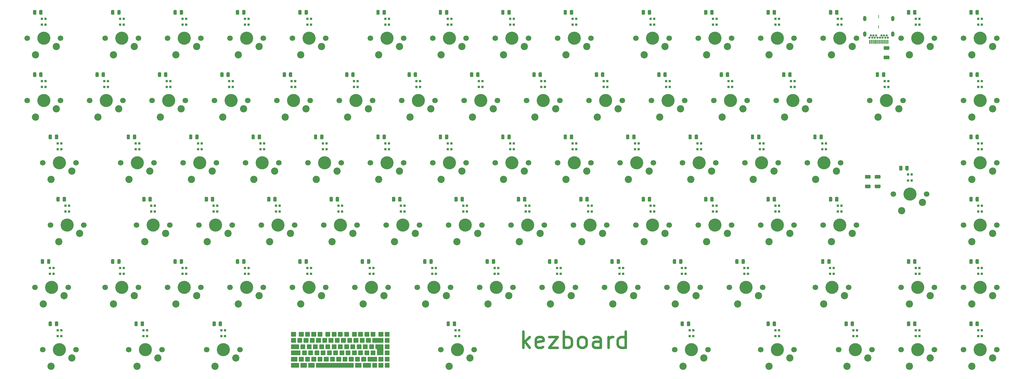
<source format=gts>
G04 #@! TF.GenerationSoftware,KiCad,Pcbnew,5.1.10*
G04 #@! TF.CreationDate,2021-07-18T23:08:07+02:00*
G04 #@! TF.ProjectId,kezboard-pcb,6b657a62-6f61-4726-942d-7063622e6b69,rev?*
G04 #@! TF.SameCoordinates,Original*
G04 #@! TF.FileFunction,Soldermask,Top*
G04 #@! TF.FilePolarity,Negative*
%FSLAX46Y46*%
G04 Gerber Fmt 4.6, Leading zero omitted, Abs format (unit mm)*
G04 Created by KiCad (PCBNEW 5.1.10) date 2021-07-18 23:08:07*
%MOMM*%
%LPD*%
G01*
G04 APERTURE LIST*
%ADD10C,0.750000*%
%ADD11C,0.350000*%
%ADD12C,2.200000*%
%ADD13C,4.000000*%
%ADD14C,1.700000*%
%ADD15R,0.300000X1.200000*%
%ADD16O,1.000000X1.600000*%
%ADD17R,0.200000X1.000000*%
%ADD18C,0.650000*%
%ADD19R,0.700000X0.700000*%
G04 APERTURE END LIST*
D10*
X193954761Y-142261904D02*
X193954761Y-137261904D01*
X194430952Y-140357142D02*
X195859523Y-142261904D01*
X195859523Y-138928571D02*
X193954761Y-140833333D01*
X199907142Y-142023809D02*
X199430952Y-142261904D01*
X198478571Y-142261904D01*
X198002380Y-142023809D01*
X197764285Y-141547619D01*
X197764285Y-139642857D01*
X198002380Y-139166666D01*
X198478571Y-138928571D01*
X199430952Y-138928571D01*
X199907142Y-139166666D01*
X200145238Y-139642857D01*
X200145238Y-140119047D01*
X197764285Y-140595238D01*
X201811904Y-138928571D02*
X204430952Y-138928571D01*
X201811904Y-142261904D01*
X204430952Y-142261904D01*
X206335714Y-142261904D02*
X206335714Y-137261904D01*
X206335714Y-139166666D02*
X206811904Y-138928571D01*
X207764285Y-138928571D01*
X208240476Y-139166666D01*
X208478571Y-139404761D01*
X208716666Y-139880952D01*
X208716666Y-141309523D01*
X208478571Y-141785714D01*
X208240476Y-142023809D01*
X207764285Y-142261904D01*
X206811904Y-142261904D01*
X206335714Y-142023809D01*
X211573809Y-142261904D02*
X211097619Y-142023809D01*
X210859523Y-141785714D01*
X210621428Y-141309523D01*
X210621428Y-139880952D01*
X210859523Y-139404761D01*
X211097619Y-139166666D01*
X211573809Y-138928571D01*
X212288095Y-138928571D01*
X212764285Y-139166666D01*
X213002380Y-139404761D01*
X213240476Y-139880952D01*
X213240476Y-141309523D01*
X213002380Y-141785714D01*
X212764285Y-142023809D01*
X212288095Y-142261904D01*
X211573809Y-142261904D01*
X217526190Y-142261904D02*
X217526190Y-139642857D01*
X217288095Y-139166666D01*
X216811904Y-138928571D01*
X215859523Y-138928571D01*
X215383333Y-139166666D01*
X217526190Y-142023809D02*
X217050000Y-142261904D01*
X215859523Y-142261904D01*
X215383333Y-142023809D01*
X215145238Y-141547619D01*
X215145238Y-141071428D01*
X215383333Y-140595238D01*
X215859523Y-140357142D01*
X217050000Y-140357142D01*
X217526190Y-140119047D01*
X219907142Y-142261904D02*
X219907142Y-138928571D01*
X219907142Y-139880952D02*
X220145238Y-139404761D01*
X220383333Y-139166666D01*
X220859523Y-138928571D01*
X221335714Y-138928571D01*
X225145238Y-142261904D02*
X225145238Y-137261904D01*
X225145238Y-142023809D02*
X224669047Y-142261904D01*
X223716666Y-142261904D01*
X223240476Y-142023809D01*
X223002380Y-141785714D01*
X222764285Y-141309523D01*
X222764285Y-139880952D01*
X223002380Y-139404761D01*
X223240476Y-139166666D01*
X223716666Y-138928571D01*
X224669047Y-138928571D01*
X225145238Y-139166666D01*
D11*
G36*
X151838000Y-147075500D02*
G01*
X152962000Y-147075500D01*
X152962000Y-148199500D01*
X151838000Y-148199500D01*
X151838000Y-147075500D01*
G37*
X151838000Y-147075500D02*
X152962000Y-147075500D01*
X152962000Y-148199500D01*
X151838000Y-148199500D01*
X151838000Y-147075500D01*
G36*
X149933000Y-147075500D02*
G01*
X151057000Y-147075500D01*
X151057000Y-148199500D01*
X149933000Y-148199500D01*
X149933000Y-147075500D01*
G37*
X149933000Y-147075500D02*
X151057000Y-147075500D01*
X151057000Y-148199500D01*
X149933000Y-148199500D01*
X149933000Y-147075500D01*
G36*
X148028000Y-147075500D02*
G01*
X149152000Y-147075500D01*
X149152000Y-148199500D01*
X148028000Y-148199500D01*
X148028000Y-147075500D01*
G37*
X148028000Y-147075500D02*
X149152000Y-147075500D01*
X149152000Y-148199500D01*
X148028000Y-148199500D01*
X148028000Y-147075500D01*
G36*
X145170500Y-147075500D02*
G01*
X147247000Y-147075500D01*
X147247000Y-148199500D01*
X145170500Y-148199500D01*
X145170500Y-147075500D01*
G37*
X145170500Y-147075500D02*
X147247000Y-147075500D01*
X147247000Y-148199500D01*
X145170500Y-148199500D01*
X145170500Y-147075500D01*
G36*
X142789250Y-147075500D02*
G01*
X144389500Y-147075500D01*
X144389500Y-148199500D01*
X142789250Y-148199500D01*
X142789250Y-147075500D01*
G37*
X142789250Y-147075500D02*
X144389500Y-147075500D01*
X144389500Y-148199500D01*
X142789250Y-148199500D01*
X142789250Y-147075500D01*
G36*
X130883000Y-147075500D02*
G01*
X142008250Y-147075500D01*
X142008250Y-148199500D01*
X130883000Y-148199500D01*
X130883000Y-147075500D01*
G37*
X130883000Y-147075500D02*
X142008250Y-147075500D01*
X142008250Y-148199500D01*
X130883000Y-148199500D01*
X130883000Y-147075500D01*
G36*
X128501750Y-147075500D02*
G01*
X130102000Y-147075500D01*
X130102000Y-148199500D01*
X128501750Y-148199500D01*
X128501750Y-147075500D01*
G37*
X128501750Y-147075500D02*
X130102000Y-147075500D01*
X130102000Y-148199500D01*
X128501750Y-148199500D01*
X128501750Y-147075500D01*
G36*
X126120500Y-147075500D02*
G01*
X127720750Y-147075500D01*
X127720750Y-148199500D01*
X126120500Y-148199500D01*
X126120500Y-147075500D01*
G37*
X126120500Y-147075500D02*
X127720750Y-147075500D01*
X127720750Y-148199500D01*
X126120500Y-148199500D01*
X126120500Y-147075500D01*
G36*
X123263000Y-147075500D02*
G01*
X125339500Y-147075500D01*
X125339500Y-148199500D01*
X123263000Y-148199500D01*
X123263000Y-147075500D01*
G37*
X123263000Y-147075500D02*
X125339500Y-147075500D01*
X125339500Y-148199500D01*
X123263000Y-148199500D01*
X123263000Y-147075500D01*
G36*
X151838000Y-145170500D02*
G01*
X152962000Y-145170500D01*
X152962000Y-146294500D01*
X151838000Y-146294500D01*
X151838000Y-145170500D01*
G37*
X151838000Y-145170500D02*
X152962000Y-145170500D01*
X152962000Y-146294500D01*
X151838000Y-146294500D01*
X151838000Y-145170500D01*
G36*
X149933000Y-145170500D02*
G01*
X151057000Y-145170500D01*
X151057000Y-146294500D01*
X149933000Y-146294500D01*
X149933000Y-145170500D01*
G37*
X149933000Y-145170500D02*
X151057000Y-145170500D01*
X151057000Y-146294500D01*
X149933000Y-146294500D01*
X149933000Y-145170500D01*
G36*
X146599250Y-145170500D02*
G01*
X149152000Y-145170500D01*
X149152000Y-146294500D01*
X146599250Y-146294500D01*
X146599250Y-145170500D01*
G37*
X146599250Y-145170500D02*
X149152000Y-145170500D01*
X149152000Y-146294500D01*
X146599250Y-146294500D01*
X146599250Y-145170500D01*
G36*
X144694250Y-145170500D02*
G01*
X145818250Y-145170500D01*
X145818250Y-146294500D01*
X144694250Y-146294500D01*
X144694250Y-145170500D01*
G37*
X144694250Y-145170500D02*
X145818250Y-145170500D01*
X145818250Y-146294500D01*
X144694250Y-146294500D01*
X144694250Y-145170500D01*
G36*
X142789250Y-145170500D02*
G01*
X143913250Y-145170500D01*
X143913250Y-146294500D01*
X142789250Y-146294500D01*
X142789250Y-145170500D01*
G37*
X142789250Y-145170500D02*
X143913250Y-145170500D01*
X143913250Y-146294500D01*
X142789250Y-146294500D01*
X142789250Y-145170500D01*
G36*
X140884250Y-145170500D02*
G01*
X142008250Y-145170500D01*
X142008250Y-146294500D01*
X140884250Y-146294500D01*
X140884250Y-145170500D01*
G37*
X140884250Y-145170500D02*
X142008250Y-145170500D01*
X142008250Y-146294500D01*
X140884250Y-146294500D01*
X140884250Y-145170500D01*
G36*
X138979250Y-145170500D02*
G01*
X140103250Y-145170500D01*
X140103250Y-146294500D01*
X138979250Y-146294500D01*
X138979250Y-145170500D01*
G37*
X138979250Y-145170500D02*
X140103250Y-145170500D01*
X140103250Y-146294500D01*
X138979250Y-146294500D01*
X138979250Y-145170500D01*
G36*
X137074250Y-145170500D02*
G01*
X138198250Y-145170500D01*
X138198250Y-146294500D01*
X137074250Y-146294500D01*
X137074250Y-145170500D01*
G37*
X137074250Y-145170500D02*
X138198250Y-145170500D01*
X138198250Y-146294500D01*
X137074250Y-146294500D01*
X137074250Y-145170500D01*
G36*
X135169250Y-145170500D02*
G01*
X136293250Y-145170500D01*
X136293250Y-146294500D01*
X135169250Y-146294500D01*
X135169250Y-145170500D01*
G37*
X135169250Y-145170500D02*
X136293250Y-145170500D01*
X136293250Y-146294500D01*
X135169250Y-146294500D01*
X135169250Y-145170500D01*
G36*
X133264250Y-145170500D02*
G01*
X134388250Y-145170500D01*
X134388250Y-146294500D01*
X133264250Y-146294500D01*
X133264250Y-145170500D01*
G37*
X133264250Y-145170500D02*
X134388250Y-145170500D01*
X134388250Y-146294500D01*
X133264250Y-146294500D01*
X133264250Y-145170500D01*
G36*
X131359250Y-145170500D02*
G01*
X132483250Y-145170500D01*
X132483250Y-146294500D01*
X131359250Y-146294500D01*
X131359250Y-145170500D01*
G37*
X131359250Y-145170500D02*
X132483250Y-145170500D01*
X132483250Y-146294500D01*
X131359250Y-146294500D01*
X131359250Y-145170500D01*
G36*
X129454250Y-145170500D02*
G01*
X130578250Y-145170500D01*
X130578250Y-146294500D01*
X129454250Y-146294500D01*
X129454250Y-145170500D01*
G37*
X129454250Y-145170500D02*
X130578250Y-145170500D01*
X130578250Y-146294500D01*
X129454250Y-146294500D01*
X129454250Y-145170500D01*
G36*
X127549250Y-145170500D02*
G01*
X128673250Y-145170500D01*
X128673250Y-146294500D01*
X127549250Y-146294500D01*
X127549250Y-145170500D01*
G37*
X127549250Y-145170500D02*
X128673250Y-145170500D01*
X128673250Y-146294500D01*
X127549250Y-146294500D01*
X127549250Y-145170500D01*
G36*
X125644250Y-145170500D02*
G01*
X126768250Y-145170500D01*
X126768250Y-146294500D01*
X125644250Y-146294500D01*
X125644250Y-145170500D01*
G37*
X125644250Y-145170500D02*
X126768250Y-145170500D01*
X126768250Y-146294500D01*
X125644250Y-146294500D01*
X125644250Y-145170500D01*
G36*
X123263000Y-145170500D02*
G01*
X124863250Y-145170500D01*
X124863250Y-146294500D01*
X123263000Y-146294500D01*
X123263000Y-145170500D01*
G37*
X123263000Y-145170500D02*
X124863250Y-145170500D01*
X124863250Y-146294500D01*
X123263000Y-146294500D01*
X123263000Y-145170500D01*
G36*
X151838000Y-143265500D02*
G01*
X152962000Y-143265500D01*
X152962000Y-144389500D01*
X151838000Y-144389500D01*
X151838000Y-143265500D01*
G37*
X151838000Y-143265500D02*
X152962000Y-143265500D01*
X152962000Y-144389500D01*
X151838000Y-144389500D01*
X151838000Y-143265500D01*
G36*
X147551750Y-143265500D02*
G01*
X148675750Y-143265500D01*
X148675750Y-144389500D01*
X147551750Y-144389500D01*
X147551750Y-143265500D01*
G37*
X147551750Y-143265500D02*
X148675750Y-143265500D01*
X148675750Y-144389500D01*
X147551750Y-144389500D01*
X147551750Y-143265500D01*
G36*
X145646750Y-143265500D02*
G01*
X146770750Y-143265500D01*
X146770750Y-144389500D01*
X145646750Y-144389500D01*
X145646750Y-143265500D01*
G37*
X145646750Y-143265500D02*
X146770750Y-143265500D01*
X146770750Y-144389500D01*
X145646750Y-144389500D01*
X145646750Y-143265500D01*
G36*
X143741750Y-143265500D02*
G01*
X144865750Y-143265500D01*
X144865750Y-144389500D01*
X143741750Y-144389500D01*
X143741750Y-143265500D01*
G37*
X143741750Y-143265500D02*
X144865750Y-143265500D01*
X144865750Y-144389500D01*
X143741750Y-144389500D01*
X143741750Y-143265500D01*
G36*
X141836750Y-143265500D02*
G01*
X142960750Y-143265500D01*
X142960750Y-144389500D01*
X141836750Y-144389500D01*
X141836750Y-143265500D01*
G37*
X141836750Y-143265500D02*
X142960750Y-143265500D01*
X142960750Y-144389500D01*
X141836750Y-144389500D01*
X141836750Y-143265500D01*
G36*
X139931750Y-143265500D02*
G01*
X141055750Y-143265500D01*
X141055750Y-144389500D01*
X139931750Y-144389500D01*
X139931750Y-143265500D01*
G37*
X139931750Y-143265500D02*
X141055750Y-143265500D01*
X141055750Y-144389500D01*
X139931750Y-144389500D01*
X139931750Y-143265500D01*
G36*
X138026750Y-143265500D02*
G01*
X139150750Y-143265500D01*
X139150750Y-144389500D01*
X138026750Y-144389500D01*
X138026750Y-143265500D01*
G37*
X138026750Y-143265500D02*
X139150750Y-143265500D01*
X139150750Y-144389500D01*
X138026750Y-144389500D01*
X138026750Y-143265500D01*
G36*
X136121750Y-143265500D02*
G01*
X137245750Y-143265500D01*
X137245750Y-144389500D01*
X136121750Y-144389500D01*
X136121750Y-143265500D01*
G37*
X136121750Y-143265500D02*
X137245750Y-143265500D01*
X137245750Y-144389500D01*
X136121750Y-144389500D01*
X136121750Y-143265500D01*
G36*
X134216750Y-143265500D02*
G01*
X135340750Y-143265500D01*
X135340750Y-144389500D01*
X134216750Y-144389500D01*
X134216750Y-143265500D01*
G37*
X134216750Y-143265500D02*
X135340750Y-143265500D01*
X135340750Y-144389500D01*
X134216750Y-144389500D01*
X134216750Y-143265500D01*
G36*
X132311750Y-143265500D02*
G01*
X133435750Y-143265500D01*
X133435750Y-144389500D01*
X132311750Y-144389500D01*
X132311750Y-143265500D01*
G37*
X132311750Y-143265500D02*
X133435750Y-143265500D01*
X133435750Y-144389500D01*
X132311750Y-144389500D01*
X132311750Y-143265500D01*
G36*
X130406750Y-143265500D02*
G01*
X131530750Y-143265500D01*
X131530750Y-144389500D01*
X130406750Y-144389500D01*
X130406750Y-143265500D01*
G37*
X130406750Y-143265500D02*
X131530750Y-143265500D01*
X131530750Y-144389500D01*
X130406750Y-144389500D01*
X130406750Y-143265500D01*
G36*
X128501750Y-143265500D02*
G01*
X129625750Y-143265500D01*
X129625750Y-144389500D01*
X128501750Y-144389500D01*
X128501750Y-143265500D01*
G37*
X128501750Y-143265500D02*
X129625750Y-143265500D01*
X129625750Y-144389500D01*
X128501750Y-144389500D01*
X128501750Y-143265500D01*
G36*
X126596750Y-143265500D02*
G01*
X127720750Y-143265500D01*
X127720750Y-144389500D01*
X126596750Y-144389500D01*
X126596750Y-143265500D01*
G37*
X126596750Y-143265500D02*
X127720750Y-143265500D01*
X127720750Y-144389500D01*
X126596750Y-144389500D01*
X126596750Y-143265500D01*
G36*
X123263000Y-143265500D02*
G01*
X125815750Y-143265500D01*
X125815750Y-144389500D01*
X123263000Y-144389500D01*
X123263000Y-143265500D01*
G37*
X123263000Y-143265500D02*
X125815750Y-143265500D01*
X125815750Y-144389500D01*
X123263000Y-144389500D01*
X123263000Y-143265500D01*
G36*
X151838000Y-141360500D02*
G01*
X152962000Y-141360500D01*
X152962000Y-142484500D01*
X151838000Y-142484500D01*
X151838000Y-141360500D01*
G37*
X151838000Y-141360500D02*
X152962000Y-141360500D01*
X152962000Y-142484500D01*
X151838000Y-142484500D01*
X151838000Y-141360500D01*
G36*
X148980500Y-141360500D02*
G01*
X151057000Y-141360500D01*
X151057000Y-142484500D01*
X148980500Y-142484500D01*
X148980500Y-141360500D01*
G37*
X148980500Y-141360500D02*
X151057000Y-141360500D01*
X151057000Y-142484500D01*
X148980500Y-142484500D01*
X148980500Y-141360500D01*
G36*
X149456750Y-141360500D02*
G01*
X151057000Y-141360500D01*
X151057000Y-144389500D01*
X149456750Y-144389500D01*
X149456750Y-141360500D01*
G37*
X149456750Y-141360500D02*
X151057000Y-141360500D01*
X151057000Y-144389500D01*
X149456750Y-144389500D01*
X149456750Y-141360500D01*
G36*
X147075500Y-141360500D02*
G01*
X148199500Y-141360500D01*
X148199500Y-142484500D01*
X147075500Y-142484500D01*
X147075500Y-141360500D01*
G37*
X147075500Y-141360500D02*
X148199500Y-141360500D01*
X148199500Y-142484500D01*
X147075500Y-142484500D01*
X147075500Y-141360500D01*
G36*
X145170500Y-141360500D02*
G01*
X146294500Y-141360500D01*
X146294500Y-142484500D01*
X145170500Y-142484500D01*
X145170500Y-141360500D01*
G37*
X145170500Y-141360500D02*
X146294500Y-141360500D01*
X146294500Y-142484500D01*
X145170500Y-142484500D01*
X145170500Y-141360500D01*
G36*
X143265500Y-141360500D02*
G01*
X144389500Y-141360500D01*
X144389500Y-142484500D01*
X143265500Y-142484500D01*
X143265500Y-141360500D01*
G37*
X143265500Y-141360500D02*
X144389500Y-141360500D01*
X144389500Y-142484500D01*
X143265500Y-142484500D01*
X143265500Y-141360500D01*
G36*
X141360500Y-141360500D02*
G01*
X142484500Y-141360500D01*
X142484500Y-142484500D01*
X141360500Y-142484500D01*
X141360500Y-141360500D01*
G37*
X141360500Y-141360500D02*
X142484500Y-141360500D01*
X142484500Y-142484500D01*
X141360500Y-142484500D01*
X141360500Y-141360500D01*
G36*
X139455500Y-141360500D02*
G01*
X140579500Y-141360500D01*
X140579500Y-142484500D01*
X139455500Y-142484500D01*
X139455500Y-141360500D01*
G37*
X139455500Y-141360500D02*
X140579500Y-141360500D01*
X140579500Y-142484500D01*
X139455500Y-142484500D01*
X139455500Y-141360500D01*
G36*
X137550500Y-141360500D02*
G01*
X138674500Y-141360500D01*
X138674500Y-142484500D01*
X137550500Y-142484500D01*
X137550500Y-141360500D01*
G37*
X137550500Y-141360500D02*
X138674500Y-141360500D01*
X138674500Y-142484500D01*
X137550500Y-142484500D01*
X137550500Y-141360500D01*
G36*
X135645500Y-141360500D02*
G01*
X136769500Y-141360500D01*
X136769500Y-142484500D01*
X135645500Y-142484500D01*
X135645500Y-141360500D01*
G37*
X135645500Y-141360500D02*
X136769500Y-141360500D01*
X136769500Y-142484500D01*
X135645500Y-142484500D01*
X135645500Y-141360500D01*
G36*
X133740500Y-141360500D02*
G01*
X134864500Y-141360500D01*
X134864500Y-142484500D01*
X133740500Y-142484500D01*
X133740500Y-141360500D01*
G37*
X133740500Y-141360500D02*
X134864500Y-141360500D01*
X134864500Y-142484500D01*
X133740500Y-142484500D01*
X133740500Y-141360500D01*
G36*
X131835500Y-141360500D02*
G01*
X132959500Y-141360500D01*
X132959500Y-142484500D01*
X131835500Y-142484500D01*
X131835500Y-141360500D01*
G37*
X131835500Y-141360500D02*
X132959500Y-141360500D01*
X132959500Y-142484500D01*
X131835500Y-142484500D01*
X131835500Y-141360500D01*
G36*
X129930500Y-141360500D02*
G01*
X131054500Y-141360500D01*
X131054500Y-142484500D01*
X129930500Y-142484500D01*
X129930500Y-141360500D01*
G37*
X129930500Y-141360500D02*
X131054500Y-141360500D01*
X131054500Y-142484500D01*
X129930500Y-142484500D01*
X129930500Y-141360500D01*
G36*
X128025500Y-141360500D02*
G01*
X129149500Y-141360500D01*
X129149500Y-142484500D01*
X128025500Y-142484500D01*
X128025500Y-141360500D01*
G37*
X128025500Y-141360500D02*
X129149500Y-141360500D01*
X129149500Y-142484500D01*
X128025500Y-142484500D01*
X128025500Y-141360500D01*
G36*
X126120500Y-141360500D02*
G01*
X127244500Y-141360500D01*
X127244500Y-142484500D01*
X126120500Y-142484500D01*
X126120500Y-141360500D01*
G37*
X126120500Y-141360500D02*
X127244500Y-141360500D01*
X127244500Y-142484500D01*
X126120500Y-142484500D01*
X126120500Y-141360500D01*
G36*
X123263000Y-141360500D02*
G01*
X125339500Y-141360500D01*
X125339500Y-142484500D01*
X123263000Y-142484500D01*
X123263000Y-141360500D01*
G37*
X123263000Y-141360500D02*
X125339500Y-141360500D01*
X125339500Y-142484500D01*
X123263000Y-142484500D01*
X123263000Y-141360500D01*
G36*
X151838000Y-139455500D02*
G01*
X152962000Y-139455500D01*
X152962000Y-140579500D01*
X151838000Y-140579500D01*
X151838000Y-139455500D01*
G37*
X151838000Y-139455500D02*
X152962000Y-139455500D01*
X152962000Y-140579500D01*
X151838000Y-140579500D01*
X151838000Y-139455500D01*
G36*
X148028000Y-139455500D02*
G01*
X151057000Y-139455500D01*
X151057000Y-140579500D01*
X148028000Y-140579500D01*
X148028000Y-139455500D01*
G37*
X148028000Y-139455500D02*
X151057000Y-139455500D01*
X151057000Y-140579500D01*
X148028000Y-140579500D01*
X148028000Y-139455500D01*
G36*
X146123000Y-139455500D02*
G01*
X147247000Y-139455500D01*
X147247000Y-140579500D01*
X146123000Y-140579500D01*
X146123000Y-139455500D01*
G37*
X146123000Y-139455500D02*
X147247000Y-139455500D01*
X147247000Y-140579500D01*
X146123000Y-140579500D01*
X146123000Y-139455500D01*
G36*
X144218000Y-139455500D02*
G01*
X145342000Y-139455500D01*
X145342000Y-140579500D01*
X144218000Y-140579500D01*
X144218000Y-139455500D01*
G37*
X144218000Y-139455500D02*
X145342000Y-139455500D01*
X145342000Y-140579500D01*
X144218000Y-140579500D01*
X144218000Y-139455500D01*
G36*
X142313000Y-139455500D02*
G01*
X143437000Y-139455500D01*
X143437000Y-140579500D01*
X142313000Y-140579500D01*
X142313000Y-139455500D01*
G37*
X142313000Y-139455500D02*
X143437000Y-139455500D01*
X143437000Y-140579500D01*
X142313000Y-140579500D01*
X142313000Y-139455500D01*
G36*
X140408000Y-139455500D02*
G01*
X141532000Y-139455500D01*
X141532000Y-140579500D01*
X140408000Y-140579500D01*
X140408000Y-139455500D01*
G37*
X140408000Y-139455500D02*
X141532000Y-139455500D01*
X141532000Y-140579500D01*
X140408000Y-140579500D01*
X140408000Y-139455500D01*
G36*
X138503000Y-139455500D02*
G01*
X139627000Y-139455500D01*
X139627000Y-140579500D01*
X138503000Y-140579500D01*
X138503000Y-139455500D01*
G37*
X138503000Y-139455500D02*
X139627000Y-139455500D01*
X139627000Y-140579500D01*
X138503000Y-140579500D01*
X138503000Y-139455500D01*
G36*
X136598000Y-139455500D02*
G01*
X137722000Y-139455500D01*
X137722000Y-140579500D01*
X136598000Y-140579500D01*
X136598000Y-139455500D01*
G37*
X136598000Y-139455500D02*
X137722000Y-139455500D01*
X137722000Y-140579500D01*
X136598000Y-140579500D01*
X136598000Y-139455500D01*
G36*
X134693000Y-139455500D02*
G01*
X135817000Y-139455500D01*
X135817000Y-140579500D01*
X134693000Y-140579500D01*
X134693000Y-139455500D01*
G37*
X134693000Y-139455500D02*
X135817000Y-139455500D01*
X135817000Y-140579500D01*
X134693000Y-140579500D01*
X134693000Y-139455500D01*
G36*
X132788000Y-139455500D02*
G01*
X133912000Y-139455500D01*
X133912000Y-140579500D01*
X132788000Y-140579500D01*
X132788000Y-139455500D01*
G37*
X132788000Y-139455500D02*
X133912000Y-139455500D01*
X133912000Y-140579500D01*
X132788000Y-140579500D01*
X132788000Y-139455500D01*
G36*
X130883000Y-139455500D02*
G01*
X132007000Y-139455500D01*
X132007000Y-140579500D01*
X130883000Y-140579500D01*
X130883000Y-139455500D01*
G37*
X130883000Y-139455500D02*
X132007000Y-139455500D01*
X132007000Y-140579500D01*
X130883000Y-140579500D01*
X130883000Y-139455500D01*
G36*
X128978000Y-139455500D02*
G01*
X130102000Y-139455500D01*
X130102000Y-140579500D01*
X128978000Y-140579500D01*
X128978000Y-139455500D01*
G37*
X128978000Y-139455500D02*
X130102000Y-139455500D01*
X130102000Y-140579500D01*
X128978000Y-140579500D01*
X128978000Y-139455500D01*
G36*
X127073000Y-139455500D02*
G01*
X128197000Y-139455500D01*
X128197000Y-140579500D01*
X127073000Y-140579500D01*
X127073000Y-139455500D01*
G37*
X127073000Y-139455500D02*
X128197000Y-139455500D01*
X128197000Y-140579500D01*
X127073000Y-140579500D01*
X127073000Y-139455500D01*
G36*
X125168000Y-139455500D02*
G01*
X126292000Y-139455500D01*
X126292000Y-140579500D01*
X125168000Y-140579500D01*
X125168000Y-139455500D01*
G37*
X125168000Y-139455500D02*
X126292000Y-139455500D01*
X126292000Y-140579500D01*
X125168000Y-140579500D01*
X125168000Y-139455500D01*
G36*
X123263000Y-139455500D02*
G01*
X124387000Y-139455500D01*
X124387000Y-140579500D01*
X123263000Y-140579500D01*
X123263000Y-139455500D01*
G37*
X123263000Y-139455500D02*
X124387000Y-139455500D01*
X124387000Y-140579500D01*
X123263000Y-140579500D01*
X123263000Y-139455500D01*
G36*
X151838000Y-137550500D02*
G01*
X152962000Y-137550500D01*
X152962000Y-138674500D01*
X151838000Y-138674500D01*
X151838000Y-137550500D01*
G37*
X151838000Y-137550500D02*
X152962000Y-137550500D01*
X152962000Y-138674500D01*
X151838000Y-138674500D01*
X151838000Y-137550500D01*
G36*
X149933000Y-137550500D02*
G01*
X151057000Y-137550500D01*
X151057000Y-138674500D01*
X149933000Y-138674500D01*
X149933000Y-137550500D01*
G37*
X149933000Y-137550500D02*
X151057000Y-137550500D01*
X151057000Y-138674500D01*
X149933000Y-138674500D01*
X149933000Y-137550500D01*
G36*
X147551750Y-137550500D02*
G01*
X148675750Y-137550500D01*
X148675750Y-138674500D01*
X147551750Y-138674500D01*
X147551750Y-137550500D01*
G37*
X147551750Y-137550500D02*
X148675750Y-137550500D01*
X148675750Y-138674500D01*
X147551750Y-138674500D01*
X147551750Y-137550500D01*
G36*
X145646750Y-137550500D02*
G01*
X146770750Y-137550500D01*
X146770750Y-138674500D01*
X145646750Y-138674500D01*
X145646750Y-137550500D01*
G37*
X145646750Y-137550500D02*
X146770750Y-137550500D01*
X146770750Y-138674500D01*
X145646750Y-138674500D01*
X145646750Y-137550500D01*
G36*
X143741750Y-137550500D02*
G01*
X144865750Y-137550500D01*
X144865750Y-138674500D01*
X143741750Y-138674500D01*
X143741750Y-137550500D01*
G37*
X143741750Y-137550500D02*
X144865750Y-137550500D01*
X144865750Y-138674500D01*
X143741750Y-138674500D01*
X143741750Y-137550500D01*
G36*
X141836750Y-137550500D02*
G01*
X142960750Y-137550500D01*
X142960750Y-138674500D01*
X141836750Y-138674500D01*
X141836750Y-137550500D01*
G37*
X141836750Y-137550500D02*
X142960750Y-137550500D01*
X142960750Y-138674500D01*
X141836750Y-138674500D01*
X141836750Y-137550500D01*
G36*
X139455500Y-137550500D02*
G01*
X140579500Y-137550500D01*
X140579500Y-138674500D01*
X139455500Y-138674500D01*
X139455500Y-137550500D01*
G37*
X139455500Y-137550500D02*
X140579500Y-137550500D01*
X140579500Y-138674500D01*
X139455500Y-138674500D01*
X139455500Y-137550500D01*
G36*
X137550500Y-137550500D02*
G01*
X138674500Y-137550500D01*
X138674500Y-138674500D01*
X137550500Y-138674500D01*
X137550500Y-137550500D01*
G37*
X137550500Y-137550500D02*
X138674500Y-137550500D01*
X138674500Y-138674500D01*
X137550500Y-138674500D01*
X137550500Y-137550500D01*
G36*
X135645500Y-137550500D02*
G01*
X136769500Y-137550500D01*
X136769500Y-138674500D01*
X135645500Y-138674500D01*
X135645500Y-137550500D01*
G37*
X135645500Y-137550500D02*
X136769500Y-137550500D01*
X136769500Y-138674500D01*
X135645500Y-138674500D01*
X135645500Y-137550500D01*
G36*
X133740500Y-137550500D02*
G01*
X134864500Y-137550500D01*
X134864500Y-138674500D01*
X133740500Y-138674500D01*
X133740500Y-137550500D01*
G37*
X133740500Y-137550500D02*
X134864500Y-137550500D01*
X134864500Y-138674500D01*
X133740500Y-138674500D01*
X133740500Y-137550500D01*
G36*
X131359250Y-137550500D02*
G01*
X132483250Y-137550500D01*
X132483250Y-138674500D01*
X131359250Y-138674500D01*
X131359250Y-137550500D01*
G37*
X131359250Y-137550500D02*
X132483250Y-137550500D01*
X132483250Y-138674500D01*
X131359250Y-138674500D01*
X131359250Y-137550500D01*
G36*
X129454250Y-137550500D02*
G01*
X130578250Y-137550500D01*
X130578250Y-138674500D01*
X129454250Y-138674500D01*
X129454250Y-137550500D01*
G37*
X129454250Y-137550500D02*
X130578250Y-137550500D01*
X130578250Y-138674500D01*
X129454250Y-138674500D01*
X129454250Y-137550500D01*
G36*
X127549250Y-137550500D02*
G01*
X128673250Y-137550500D01*
X128673250Y-138674500D01*
X127549250Y-138674500D01*
X127549250Y-137550500D01*
G37*
X127549250Y-137550500D02*
X128673250Y-137550500D01*
X128673250Y-138674500D01*
X127549250Y-138674500D01*
X127549250Y-137550500D01*
G36*
X125644250Y-137550500D02*
G01*
X126768250Y-137550500D01*
X126768250Y-138674500D01*
X125644250Y-138674500D01*
X125644250Y-137550500D01*
G37*
X125644250Y-137550500D02*
X126768250Y-137550500D01*
X126768250Y-138674500D01*
X125644250Y-138674500D01*
X125644250Y-137550500D01*
G36*
X123263000Y-137550500D02*
G01*
X124387000Y-137550500D01*
X124387000Y-138674500D01*
X123263000Y-138674500D01*
X123263000Y-137550500D01*
G37*
X123263000Y-137550500D02*
X124387000Y-137550500D01*
X124387000Y-138674500D01*
X123263000Y-138674500D01*
X123263000Y-137550500D01*
D12*
X309403750Y-100330000D03*
X315753750Y-97790000D03*
D13*
X311943750Y-95250000D03*
D14*
X317023750Y-95250000D03*
X306863750Y-95250000D03*
D12*
X302260000Y-71755000D03*
X308610000Y-69215000D03*
D13*
X304800000Y-66675000D03*
D14*
X309880000Y-66675000D03*
X299720000Y-66675000D03*
D12*
X171291250Y-147955000D03*
X177641250Y-145415000D03*
D13*
X173831250Y-142875000D03*
D14*
X178911250Y-142875000D03*
X168751250Y-142875000D03*
G36*
G01*
X299702501Y-90540000D02*
X298452499Y-90540000D01*
G75*
G02*
X298202500Y-90290001I0J249999D01*
G01*
X298202500Y-89664999D01*
G75*
G02*
X298452499Y-89415000I249999J0D01*
G01*
X299702501Y-89415000D01*
G75*
G02*
X299952500Y-89664999I0J-249999D01*
G01*
X299952500Y-90290001D01*
G75*
G02*
X299702501Y-90540000I-249999J0D01*
G01*
G37*
G36*
G01*
X299702501Y-93465000D02*
X298452499Y-93465000D01*
G75*
G02*
X298202500Y-93215001I0J249999D01*
G01*
X298202500Y-92589999D01*
G75*
G02*
X298452499Y-92340000I249999J0D01*
G01*
X299702501Y-92340000D01*
G75*
G02*
X299952500Y-92589999I0J-249999D01*
G01*
X299952500Y-93215001D01*
G75*
G02*
X299702501Y-93465000I-249999J0D01*
G01*
G37*
G36*
G01*
X301452499Y-92340000D02*
X302702501Y-92340000D01*
G75*
G02*
X302952500Y-92589999I0J-249999D01*
G01*
X302952500Y-93215001D01*
G75*
G02*
X302702501Y-93465000I-249999J0D01*
G01*
X301452499Y-93465000D01*
G75*
G02*
X301202500Y-93215001I0J249999D01*
G01*
X301202500Y-92589999D01*
G75*
G02*
X301452499Y-92340000I249999J0D01*
G01*
G37*
G36*
G01*
X301452499Y-89415000D02*
X302702501Y-89415000D01*
G75*
G02*
X302952500Y-89664999I0J-249999D01*
G01*
X302952500Y-90290001D01*
G75*
G02*
X302702501Y-90540000I-249999J0D01*
G01*
X301452499Y-90540000D01*
G75*
G02*
X301202500Y-90290001I0J249999D01*
G01*
X301202500Y-89664999D01*
G75*
G02*
X301452499Y-89415000I249999J0D01*
G01*
G37*
G36*
G01*
X304174999Y-52933500D02*
X305425001Y-52933500D01*
G75*
G02*
X305675000Y-53183499I0J-249999D01*
G01*
X305675000Y-53808501D01*
G75*
G02*
X305425001Y-54058500I-249999J0D01*
G01*
X304174999Y-54058500D01*
G75*
G02*
X303925000Y-53808501I0J249999D01*
G01*
X303925000Y-53183499D01*
G75*
G02*
X304174999Y-52933500I249999J0D01*
G01*
G37*
G36*
G01*
X304174999Y-50008500D02*
X305425001Y-50008500D01*
G75*
G02*
X305675000Y-50258499I0J-249999D01*
G01*
X305675000Y-50883501D01*
G75*
G02*
X305425001Y-51133500I-249999J0D01*
G01*
X304174999Y-51133500D01*
G75*
G02*
X303925000Y-50883501I0J249999D01*
G01*
X303925000Y-50258499D01*
G75*
G02*
X304174999Y-50008500I249999J0D01*
G01*
G37*
D15*
X299668750Y-48680000D03*
X300168750Y-48680000D03*
X300668750Y-48680000D03*
X301168750Y-48680000D03*
X301668750Y-48680000D03*
X302168750Y-48680000D03*
X302668750Y-48680000D03*
X303168750Y-48680000D03*
X303668750Y-48680000D03*
X304168750Y-48680000D03*
X304668750Y-48680000D03*
X305168750Y-48680000D03*
D16*
X298148750Y-41550000D03*
X306688750Y-41550000D03*
X306688750Y-46280000D03*
X298148750Y-46280000D03*
D17*
X302418750Y-41000000D03*
X302418750Y-44100000D03*
D18*
X302018750Y-47430000D03*
X302818750Y-47430000D03*
X301218750Y-47430000D03*
X303618750Y-47430000D03*
X300418750Y-47430000D03*
X304418750Y-47430000D03*
X299618750Y-47430000D03*
X304018750Y-46720000D03*
X300818750Y-46720000D03*
X303218750Y-46720000D03*
X301618750Y-46720000D03*
X305218750Y-47430000D03*
X300018750Y-46720000D03*
X304818750Y-46720000D03*
G36*
G01*
X50096000Y-134462500D02*
X50096000Y-135412500D01*
G75*
G02*
X49846000Y-135662500I-250000J0D01*
G01*
X49346000Y-135662500D01*
G75*
G02*
X49096000Y-135412500I0J250000D01*
G01*
X49096000Y-134462500D01*
G75*
G02*
X49346000Y-134212500I250000J0D01*
G01*
X49846000Y-134212500D01*
G75*
G02*
X50096000Y-134462500I0J-250000D01*
G01*
G37*
G36*
G01*
X51996000Y-134462500D02*
X51996000Y-135412500D01*
G75*
G02*
X51746000Y-135662500I-250000J0D01*
G01*
X51246000Y-135662500D01*
G75*
G02*
X50996000Y-135412500I0J250000D01*
G01*
X50996000Y-134462500D01*
G75*
G02*
X51246000Y-134212500I250000J0D01*
G01*
X51746000Y-134212500D01*
G75*
G02*
X51996000Y-134462500I0J-250000D01*
G01*
G37*
G36*
G01*
X47714750Y-115412500D02*
X47714750Y-116362500D01*
G75*
G02*
X47464750Y-116612500I-250000J0D01*
G01*
X46964750Y-116612500D01*
G75*
G02*
X46714750Y-116362500I0J250000D01*
G01*
X46714750Y-115412500D01*
G75*
G02*
X46964750Y-115162500I250000J0D01*
G01*
X47464750Y-115162500D01*
G75*
G02*
X47714750Y-115412500I0J-250000D01*
G01*
G37*
G36*
G01*
X49614750Y-115412500D02*
X49614750Y-116362500D01*
G75*
G02*
X49364750Y-116612500I-250000J0D01*
G01*
X48864750Y-116612500D01*
G75*
G02*
X48614750Y-116362500I0J250000D01*
G01*
X48614750Y-115412500D01*
G75*
G02*
X48864750Y-115162500I250000J0D01*
G01*
X49364750Y-115162500D01*
G75*
G02*
X49614750Y-115412500I0J-250000D01*
G01*
G37*
G36*
G01*
X52477250Y-96362500D02*
X52477250Y-97312500D01*
G75*
G02*
X52227250Y-97562500I-250000J0D01*
G01*
X51727250Y-97562500D01*
G75*
G02*
X51477250Y-97312500I0J250000D01*
G01*
X51477250Y-96362500D01*
G75*
G02*
X51727250Y-96112500I250000J0D01*
G01*
X52227250Y-96112500D01*
G75*
G02*
X52477250Y-96362500I0J-250000D01*
G01*
G37*
G36*
G01*
X54377250Y-96362500D02*
X54377250Y-97312500D01*
G75*
G02*
X54127250Y-97562500I-250000J0D01*
G01*
X53627250Y-97562500D01*
G75*
G02*
X53377250Y-97312500I0J250000D01*
G01*
X53377250Y-96362500D01*
G75*
G02*
X53627250Y-96112500I250000J0D01*
G01*
X54127250Y-96112500D01*
G75*
G02*
X54377250Y-96362500I0J-250000D01*
G01*
G37*
G36*
G01*
X50096000Y-77312500D02*
X50096000Y-78262500D01*
G75*
G02*
X49846000Y-78512500I-250000J0D01*
G01*
X49346000Y-78512500D01*
G75*
G02*
X49096000Y-78262500I0J250000D01*
G01*
X49096000Y-77312500D01*
G75*
G02*
X49346000Y-77062500I250000J0D01*
G01*
X49846000Y-77062500D01*
G75*
G02*
X50096000Y-77312500I0J-250000D01*
G01*
G37*
G36*
G01*
X51996000Y-77312500D02*
X51996000Y-78262500D01*
G75*
G02*
X51746000Y-78512500I-250000J0D01*
G01*
X51246000Y-78512500D01*
G75*
G02*
X50996000Y-78262500I0J250000D01*
G01*
X50996000Y-77312500D01*
G75*
G02*
X51246000Y-77062500I250000J0D01*
G01*
X51746000Y-77062500D01*
G75*
G02*
X51996000Y-77312500I0J-250000D01*
G01*
G37*
G36*
G01*
X45333500Y-58262500D02*
X45333500Y-59212500D01*
G75*
G02*
X45083500Y-59462500I-250000J0D01*
G01*
X44583500Y-59462500D01*
G75*
G02*
X44333500Y-59212500I0J250000D01*
G01*
X44333500Y-58262500D01*
G75*
G02*
X44583500Y-58012500I250000J0D01*
G01*
X45083500Y-58012500D01*
G75*
G02*
X45333500Y-58262500I0J-250000D01*
G01*
G37*
G36*
G01*
X47233500Y-58262500D02*
X47233500Y-59212500D01*
G75*
G02*
X46983500Y-59462500I-250000J0D01*
G01*
X46483500Y-59462500D01*
G75*
G02*
X46233500Y-59212500I0J250000D01*
G01*
X46233500Y-58262500D01*
G75*
G02*
X46483500Y-58012500I250000J0D01*
G01*
X46983500Y-58012500D01*
G75*
G02*
X47233500Y-58262500I0J-250000D01*
G01*
G37*
G36*
G01*
X45333500Y-39212500D02*
X45333500Y-40162500D01*
G75*
G02*
X45083500Y-40412500I-250000J0D01*
G01*
X44583500Y-40412500D01*
G75*
G02*
X44333500Y-40162500I0J250000D01*
G01*
X44333500Y-39212500D01*
G75*
G02*
X44583500Y-38962500I250000J0D01*
G01*
X45083500Y-38962500D01*
G75*
G02*
X45333500Y-39212500I0J-250000D01*
G01*
G37*
G36*
G01*
X47233500Y-39212500D02*
X47233500Y-40162500D01*
G75*
G02*
X46983500Y-40412500I-250000J0D01*
G01*
X46483500Y-40412500D01*
G75*
G02*
X46233500Y-40162500I0J250000D01*
G01*
X46233500Y-39212500D01*
G75*
G02*
X46483500Y-38962500I250000J0D01*
G01*
X46983500Y-38962500D01*
G75*
G02*
X47233500Y-39212500I0J-250000D01*
G01*
G37*
G36*
G01*
X70046000Y-40162500D02*
X70046000Y-39212500D01*
G75*
G02*
X70296000Y-38962500I250000J0D01*
G01*
X70796000Y-38962500D01*
G75*
G02*
X71046000Y-39212500I0J-250000D01*
G01*
X71046000Y-40162500D01*
G75*
G02*
X70796000Y-40412500I-250000J0D01*
G01*
X70296000Y-40412500D01*
G75*
G02*
X70046000Y-40162500I0J250000D01*
G01*
G37*
G36*
G01*
X68146000Y-40162500D02*
X68146000Y-39212500D01*
G75*
G02*
X68396000Y-38962500I250000J0D01*
G01*
X68896000Y-38962500D01*
G75*
G02*
X69146000Y-39212500I0J-250000D01*
G01*
X69146000Y-40162500D01*
G75*
G02*
X68896000Y-40412500I-250000J0D01*
G01*
X68396000Y-40412500D01*
G75*
G02*
X68146000Y-40162500I0J250000D01*
G01*
G37*
G36*
G01*
X65283500Y-59212500D02*
X65283500Y-58262500D01*
G75*
G02*
X65533500Y-58012500I250000J0D01*
G01*
X66033500Y-58012500D01*
G75*
G02*
X66283500Y-58262500I0J-250000D01*
G01*
X66283500Y-59212500D01*
G75*
G02*
X66033500Y-59462500I-250000J0D01*
G01*
X65533500Y-59462500D01*
G75*
G02*
X65283500Y-59212500I0J250000D01*
G01*
G37*
G36*
G01*
X63383500Y-59212500D02*
X63383500Y-58262500D01*
G75*
G02*
X63633500Y-58012500I250000J0D01*
G01*
X64133500Y-58012500D01*
G75*
G02*
X64383500Y-58262500I0J-250000D01*
G01*
X64383500Y-59212500D01*
G75*
G02*
X64133500Y-59462500I-250000J0D01*
G01*
X63633500Y-59462500D01*
G75*
G02*
X63383500Y-59212500I0J250000D01*
G01*
G37*
G36*
G01*
X70046000Y-116362500D02*
X70046000Y-115412500D01*
G75*
G02*
X70296000Y-115162500I250000J0D01*
G01*
X70796000Y-115162500D01*
G75*
G02*
X71046000Y-115412500I0J-250000D01*
G01*
X71046000Y-116362500D01*
G75*
G02*
X70796000Y-116612500I-250000J0D01*
G01*
X70296000Y-116612500D01*
G75*
G02*
X70046000Y-116362500I0J250000D01*
G01*
G37*
G36*
G01*
X68146000Y-116362500D02*
X68146000Y-115412500D01*
G75*
G02*
X68396000Y-115162500I250000J0D01*
G01*
X68896000Y-115162500D01*
G75*
G02*
X69146000Y-115412500I0J-250000D01*
G01*
X69146000Y-116362500D01*
G75*
G02*
X68896000Y-116612500I-250000J0D01*
G01*
X68396000Y-116612500D01*
G75*
G02*
X68146000Y-116362500I0J250000D01*
G01*
G37*
G36*
G01*
X76289750Y-134462500D02*
X76289750Y-135412500D01*
G75*
G02*
X76039750Y-135662500I-250000J0D01*
G01*
X75539750Y-135662500D01*
G75*
G02*
X75289750Y-135412500I0J250000D01*
G01*
X75289750Y-134462500D01*
G75*
G02*
X75539750Y-134212500I250000J0D01*
G01*
X76039750Y-134212500D01*
G75*
G02*
X76289750Y-134462500I0J-250000D01*
G01*
G37*
G36*
G01*
X78189750Y-134462500D02*
X78189750Y-135412500D01*
G75*
G02*
X77939750Y-135662500I-250000J0D01*
G01*
X77439750Y-135662500D01*
G75*
G02*
X77189750Y-135412500I0J250000D01*
G01*
X77189750Y-134462500D01*
G75*
G02*
X77439750Y-134212500I250000J0D01*
G01*
X77939750Y-134212500D01*
G75*
G02*
X78189750Y-134462500I0J-250000D01*
G01*
G37*
G36*
G01*
X88196000Y-115412500D02*
X88196000Y-116362500D01*
G75*
G02*
X87946000Y-116612500I-250000J0D01*
G01*
X87446000Y-116612500D01*
G75*
G02*
X87196000Y-116362500I0J250000D01*
G01*
X87196000Y-115412500D01*
G75*
G02*
X87446000Y-115162500I250000J0D01*
G01*
X87946000Y-115162500D01*
G75*
G02*
X88196000Y-115412500I0J-250000D01*
G01*
G37*
G36*
G01*
X90096000Y-115412500D02*
X90096000Y-116362500D01*
G75*
G02*
X89846000Y-116612500I-250000J0D01*
G01*
X89346000Y-116612500D01*
G75*
G02*
X89096000Y-116362500I0J250000D01*
G01*
X89096000Y-115412500D01*
G75*
G02*
X89346000Y-115162500I250000J0D01*
G01*
X89846000Y-115162500D01*
G75*
G02*
X90096000Y-115412500I0J-250000D01*
G01*
G37*
G36*
G01*
X78671000Y-96362500D02*
X78671000Y-97312500D01*
G75*
G02*
X78421000Y-97562500I-250000J0D01*
G01*
X77921000Y-97562500D01*
G75*
G02*
X77671000Y-97312500I0J250000D01*
G01*
X77671000Y-96362500D01*
G75*
G02*
X77921000Y-96112500I250000J0D01*
G01*
X78421000Y-96112500D01*
G75*
G02*
X78671000Y-96362500I0J-250000D01*
G01*
G37*
G36*
G01*
X80571000Y-96362500D02*
X80571000Y-97312500D01*
G75*
G02*
X80321000Y-97562500I-250000J0D01*
G01*
X79821000Y-97562500D01*
G75*
G02*
X79571000Y-97312500I0J250000D01*
G01*
X79571000Y-96362500D01*
G75*
G02*
X79821000Y-96112500I250000J0D01*
G01*
X80321000Y-96112500D01*
G75*
G02*
X80571000Y-96362500I0J-250000D01*
G01*
G37*
G36*
G01*
X73908500Y-77312500D02*
X73908500Y-78262500D01*
G75*
G02*
X73658500Y-78512500I-250000J0D01*
G01*
X73158500Y-78512500D01*
G75*
G02*
X72908500Y-78262500I0J250000D01*
G01*
X72908500Y-77312500D01*
G75*
G02*
X73158500Y-77062500I250000J0D01*
G01*
X73658500Y-77062500D01*
G75*
G02*
X73908500Y-77312500I0J-250000D01*
G01*
G37*
G36*
G01*
X75808500Y-77312500D02*
X75808500Y-78262500D01*
G75*
G02*
X75558500Y-78512500I-250000J0D01*
G01*
X75058500Y-78512500D01*
G75*
G02*
X74808500Y-78262500I0J250000D01*
G01*
X74808500Y-77312500D01*
G75*
G02*
X75058500Y-77062500I250000J0D01*
G01*
X75558500Y-77062500D01*
G75*
G02*
X75808500Y-77312500I0J-250000D01*
G01*
G37*
G36*
G01*
X83433500Y-58262500D02*
X83433500Y-59212500D01*
G75*
G02*
X83183500Y-59462500I-250000J0D01*
G01*
X82683500Y-59462500D01*
G75*
G02*
X82433500Y-59212500I0J250000D01*
G01*
X82433500Y-58262500D01*
G75*
G02*
X82683500Y-58012500I250000J0D01*
G01*
X83183500Y-58012500D01*
G75*
G02*
X83433500Y-58262500I0J-250000D01*
G01*
G37*
G36*
G01*
X85333500Y-58262500D02*
X85333500Y-59212500D01*
G75*
G02*
X85083500Y-59462500I-250000J0D01*
G01*
X84583500Y-59462500D01*
G75*
G02*
X84333500Y-59212500I0J250000D01*
G01*
X84333500Y-58262500D01*
G75*
G02*
X84583500Y-58012500I250000J0D01*
G01*
X85083500Y-58012500D01*
G75*
G02*
X85333500Y-58262500I0J-250000D01*
G01*
G37*
G36*
G01*
X88196000Y-39212500D02*
X88196000Y-40162500D01*
G75*
G02*
X87946000Y-40412500I-250000J0D01*
G01*
X87446000Y-40412500D01*
G75*
G02*
X87196000Y-40162500I0J250000D01*
G01*
X87196000Y-39212500D01*
G75*
G02*
X87446000Y-38962500I250000J0D01*
G01*
X87946000Y-38962500D01*
G75*
G02*
X88196000Y-39212500I0J-250000D01*
G01*
G37*
G36*
G01*
X90096000Y-39212500D02*
X90096000Y-40162500D01*
G75*
G02*
X89846000Y-40412500I-250000J0D01*
G01*
X89346000Y-40412500D01*
G75*
G02*
X89096000Y-40162500I0J250000D01*
G01*
X89096000Y-39212500D01*
G75*
G02*
X89346000Y-38962500I250000J0D01*
G01*
X89846000Y-38962500D01*
G75*
G02*
X90096000Y-39212500I0J-250000D01*
G01*
G37*
G36*
G01*
X108146000Y-40162500D02*
X108146000Y-39212500D01*
G75*
G02*
X108396000Y-38962500I250000J0D01*
G01*
X108896000Y-38962500D01*
G75*
G02*
X109146000Y-39212500I0J-250000D01*
G01*
X109146000Y-40162500D01*
G75*
G02*
X108896000Y-40412500I-250000J0D01*
G01*
X108396000Y-40412500D01*
G75*
G02*
X108146000Y-40162500I0J250000D01*
G01*
G37*
G36*
G01*
X106246000Y-40162500D02*
X106246000Y-39212500D01*
G75*
G02*
X106496000Y-38962500I250000J0D01*
G01*
X106996000Y-38962500D01*
G75*
G02*
X107246000Y-39212500I0J-250000D01*
G01*
X107246000Y-40162500D01*
G75*
G02*
X106996000Y-40412500I-250000J0D01*
G01*
X106496000Y-40412500D01*
G75*
G02*
X106246000Y-40162500I0J250000D01*
G01*
G37*
G36*
G01*
X103383500Y-59212500D02*
X103383500Y-58262500D01*
G75*
G02*
X103633500Y-58012500I250000J0D01*
G01*
X104133500Y-58012500D01*
G75*
G02*
X104383500Y-58262500I0J-250000D01*
G01*
X104383500Y-59212500D01*
G75*
G02*
X104133500Y-59462500I-250000J0D01*
G01*
X103633500Y-59462500D01*
G75*
G02*
X103383500Y-59212500I0J250000D01*
G01*
G37*
G36*
G01*
X101483500Y-59212500D02*
X101483500Y-58262500D01*
G75*
G02*
X101733500Y-58012500I250000J0D01*
G01*
X102233500Y-58012500D01*
G75*
G02*
X102483500Y-58262500I0J-250000D01*
G01*
X102483500Y-59212500D01*
G75*
G02*
X102233500Y-59462500I-250000J0D01*
G01*
X101733500Y-59462500D01*
G75*
G02*
X101483500Y-59212500I0J250000D01*
G01*
G37*
G36*
G01*
X93858500Y-78262500D02*
X93858500Y-77312500D01*
G75*
G02*
X94108500Y-77062500I250000J0D01*
G01*
X94608500Y-77062500D01*
G75*
G02*
X94858500Y-77312500I0J-250000D01*
G01*
X94858500Y-78262500D01*
G75*
G02*
X94608500Y-78512500I-250000J0D01*
G01*
X94108500Y-78512500D01*
G75*
G02*
X93858500Y-78262500I0J250000D01*
G01*
G37*
G36*
G01*
X91958500Y-78262500D02*
X91958500Y-77312500D01*
G75*
G02*
X92208500Y-77062500I250000J0D01*
G01*
X92708500Y-77062500D01*
G75*
G02*
X92958500Y-77312500I0J-250000D01*
G01*
X92958500Y-78262500D01*
G75*
G02*
X92708500Y-78512500I-250000J0D01*
G01*
X92208500Y-78512500D01*
G75*
G02*
X91958500Y-78262500I0J250000D01*
G01*
G37*
G36*
G01*
X98621000Y-97312500D02*
X98621000Y-96362500D01*
G75*
G02*
X98871000Y-96112500I250000J0D01*
G01*
X99371000Y-96112500D01*
G75*
G02*
X99621000Y-96362500I0J-250000D01*
G01*
X99621000Y-97312500D01*
G75*
G02*
X99371000Y-97562500I-250000J0D01*
G01*
X98871000Y-97562500D01*
G75*
G02*
X98621000Y-97312500I0J250000D01*
G01*
G37*
G36*
G01*
X96721000Y-97312500D02*
X96721000Y-96362500D01*
G75*
G02*
X96971000Y-96112500I250000J0D01*
G01*
X97471000Y-96112500D01*
G75*
G02*
X97721000Y-96362500I0J-250000D01*
G01*
X97721000Y-97312500D01*
G75*
G02*
X97471000Y-97562500I-250000J0D01*
G01*
X96971000Y-97562500D01*
G75*
G02*
X96721000Y-97312500I0J250000D01*
G01*
G37*
G36*
G01*
X108146000Y-116362500D02*
X108146000Y-115412500D01*
G75*
G02*
X108396000Y-115162500I250000J0D01*
G01*
X108896000Y-115162500D01*
G75*
G02*
X109146000Y-115412500I0J-250000D01*
G01*
X109146000Y-116362500D01*
G75*
G02*
X108896000Y-116612500I-250000J0D01*
G01*
X108396000Y-116612500D01*
G75*
G02*
X108146000Y-116362500I0J250000D01*
G01*
G37*
G36*
G01*
X106246000Y-116362500D02*
X106246000Y-115412500D01*
G75*
G02*
X106496000Y-115162500I250000J0D01*
G01*
X106996000Y-115162500D01*
G75*
G02*
X107246000Y-115412500I0J-250000D01*
G01*
X107246000Y-116362500D01*
G75*
G02*
X106996000Y-116612500I-250000J0D01*
G01*
X106496000Y-116612500D01*
G75*
G02*
X106246000Y-116362500I0J250000D01*
G01*
G37*
G36*
G01*
X101002250Y-135412500D02*
X101002250Y-134462500D01*
G75*
G02*
X101252250Y-134212500I250000J0D01*
G01*
X101752250Y-134212500D01*
G75*
G02*
X102002250Y-134462500I0J-250000D01*
G01*
X102002250Y-135412500D01*
G75*
G02*
X101752250Y-135662500I-250000J0D01*
G01*
X101252250Y-135662500D01*
G75*
G02*
X101002250Y-135412500I0J250000D01*
G01*
G37*
G36*
G01*
X99102250Y-135412500D02*
X99102250Y-134462500D01*
G75*
G02*
X99352250Y-134212500I250000J0D01*
G01*
X99852250Y-134212500D01*
G75*
G02*
X100102250Y-134462500I0J-250000D01*
G01*
X100102250Y-135412500D01*
G75*
G02*
X99852250Y-135662500I-250000J0D01*
G01*
X99352250Y-135662500D01*
G75*
G02*
X99102250Y-135412500I0J250000D01*
G01*
G37*
G36*
G01*
X126296000Y-115412500D02*
X126296000Y-116362500D01*
G75*
G02*
X126046000Y-116612500I-250000J0D01*
G01*
X125546000Y-116612500D01*
G75*
G02*
X125296000Y-116362500I0J250000D01*
G01*
X125296000Y-115412500D01*
G75*
G02*
X125546000Y-115162500I250000J0D01*
G01*
X126046000Y-115162500D01*
G75*
G02*
X126296000Y-115412500I0J-250000D01*
G01*
G37*
G36*
G01*
X128196000Y-115412500D02*
X128196000Y-116362500D01*
G75*
G02*
X127946000Y-116612500I-250000J0D01*
G01*
X127446000Y-116612500D01*
G75*
G02*
X127196000Y-116362500I0J250000D01*
G01*
X127196000Y-115412500D01*
G75*
G02*
X127446000Y-115162500I250000J0D01*
G01*
X127946000Y-115162500D01*
G75*
G02*
X128196000Y-115412500I0J-250000D01*
G01*
G37*
G36*
G01*
X116771000Y-96362500D02*
X116771000Y-97312500D01*
G75*
G02*
X116521000Y-97562500I-250000J0D01*
G01*
X116021000Y-97562500D01*
G75*
G02*
X115771000Y-97312500I0J250000D01*
G01*
X115771000Y-96362500D01*
G75*
G02*
X116021000Y-96112500I250000J0D01*
G01*
X116521000Y-96112500D01*
G75*
G02*
X116771000Y-96362500I0J-250000D01*
G01*
G37*
G36*
G01*
X118671000Y-96362500D02*
X118671000Y-97312500D01*
G75*
G02*
X118421000Y-97562500I-250000J0D01*
G01*
X117921000Y-97562500D01*
G75*
G02*
X117671000Y-97312500I0J250000D01*
G01*
X117671000Y-96362500D01*
G75*
G02*
X117921000Y-96112500I250000J0D01*
G01*
X118421000Y-96112500D01*
G75*
G02*
X118671000Y-96362500I0J-250000D01*
G01*
G37*
G36*
G01*
X112008500Y-77312500D02*
X112008500Y-78262500D01*
G75*
G02*
X111758500Y-78512500I-250000J0D01*
G01*
X111258500Y-78512500D01*
G75*
G02*
X111008500Y-78262500I0J250000D01*
G01*
X111008500Y-77312500D01*
G75*
G02*
X111258500Y-77062500I250000J0D01*
G01*
X111758500Y-77062500D01*
G75*
G02*
X112008500Y-77312500I0J-250000D01*
G01*
G37*
G36*
G01*
X113908500Y-77312500D02*
X113908500Y-78262500D01*
G75*
G02*
X113658500Y-78512500I-250000J0D01*
G01*
X113158500Y-78512500D01*
G75*
G02*
X112908500Y-78262500I0J250000D01*
G01*
X112908500Y-77312500D01*
G75*
G02*
X113158500Y-77062500I250000J0D01*
G01*
X113658500Y-77062500D01*
G75*
G02*
X113908500Y-77312500I0J-250000D01*
G01*
G37*
G36*
G01*
X121533500Y-58262500D02*
X121533500Y-59212500D01*
G75*
G02*
X121283500Y-59462500I-250000J0D01*
G01*
X120783500Y-59462500D01*
G75*
G02*
X120533500Y-59212500I0J250000D01*
G01*
X120533500Y-58262500D01*
G75*
G02*
X120783500Y-58012500I250000J0D01*
G01*
X121283500Y-58012500D01*
G75*
G02*
X121533500Y-58262500I0J-250000D01*
G01*
G37*
G36*
G01*
X123433500Y-58262500D02*
X123433500Y-59212500D01*
G75*
G02*
X123183500Y-59462500I-250000J0D01*
G01*
X122683500Y-59462500D01*
G75*
G02*
X122433500Y-59212500I0J250000D01*
G01*
X122433500Y-58262500D01*
G75*
G02*
X122683500Y-58012500I250000J0D01*
G01*
X123183500Y-58012500D01*
G75*
G02*
X123433500Y-58262500I0J-250000D01*
G01*
G37*
G36*
G01*
X126296000Y-39212500D02*
X126296000Y-40162500D01*
G75*
G02*
X126046000Y-40412500I-250000J0D01*
G01*
X125546000Y-40412500D01*
G75*
G02*
X125296000Y-40162500I0J250000D01*
G01*
X125296000Y-39212500D01*
G75*
G02*
X125546000Y-38962500I250000J0D01*
G01*
X126046000Y-38962500D01*
G75*
G02*
X126296000Y-39212500I0J-250000D01*
G01*
G37*
G36*
G01*
X128196000Y-39212500D02*
X128196000Y-40162500D01*
G75*
G02*
X127946000Y-40412500I-250000J0D01*
G01*
X127446000Y-40412500D01*
G75*
G02*
X127196000Y-40162500I0J250000D01*
G01*
X127196000Y-39212500D01*
G75*
G02*
X127446000Y-38962500I250000J0D01*
G01*
X127946000Y-38962500D01*
G75*
G02*
X128196000Y-39212500I0J-250000D01*
G01*
G37*
G36*
G01*
X141483500Y-59212500D02*
X141483500Y-58262500D01*
G75*
G02*
X141733500Y-58012500I250000J0D01*
G01*
X142233500Y-58012500D01*
G75*
G02*
X142483500Y-58262500I0J-250000D01*
G01*
X142483500Y-59212500D01*
G75*
G02*
X142233500Y-59462500I-250000J0D01*
G01*
X141733500Y-59462500D01*
G75*
G02*
X141483500Y-59212500I0J250000D01*
G01*
G37*
G36*
G01*
X139583500Y-59212500D02*
X139583500Y-58262500D01*
G75*
G02*
X139833500Y-58012500I250000J0D01*
G01*
X140333500Y-58012500D01*
G75*
G02*
X140583500Y-58262500I0J-250000D01*
G01*
X140583500Y-59212500D01*
G75*
G02*
X140333500Y-59462500I-250000J0D01*
G01*
X139833500Y-59462500D01*
G75*
G02*
X139583500Y-59212500I0J250000D01*
G01*
G37*
G36*
G01*
X131958500Y-78262500D02*
X131958500Y-77312500D01*
G75*
G02*
X132208500Y-77062500I250000J0D01*
G01*
X132708500Y-77062500D01*
G75*
G02*
X132958500Y-77312500I0J-250000D01*
G01*
X132958500Y-78262500D01*
G75*
G02*
X132708500Y-78512500I-250000J0D01*
G01*
X132208500Y-78512500D01*
G75*
G02*
X131958500Y-78262500I0J250000D01*
G01*
G37*
G36*
G01*
X130058500Y-78262500D02*
X130058500Y-77312500D01*
G75*
G02*
X130308500Y-77062500I250000J0D01*
G01*
X130808500Y-77062500D01*
G75*
G02*
X131058500Y-77312500I0J-250000D01*
G01*
X131058500Y-78262500D01*
G75*
G02*
X130808500Y-78512500I-250000J0D01*
G01*
X130308500Y-78512500D01*
G75*
G02*
X130058500Y-78262500I0J250000D01*
G01*
G37*
G36*
G01*
X136721000Y-97312500D02*
X136721000Y-96362500D01*
G75*
G02*
X136971000Y-96112500I250000J0D01*
G01*
X137471000Y-96112500D01*
G75*
G02*
X137721000Y-96362500I0J-250000D01*
G01*
X137721000Y-97312500D01*
G75*
G02*
X137471000Y-97562500I-250000J0D01*
G01*
X136971000Y-97562500D01*
G75*
G02*
X136721000Y-97312500I0J250000D01*
G01*
G37*
G36*
G01*
X134821000Y-97312500D02*
X134821000Y-96362500D01*
G75*
G02*
X135071000Y-96112500I250000J0D01*
G01*
X135571000Y-96112500D01*
G75*
G02*
X135821000Y-96362500I0J-250000D01*
G01*
X135821000Y-97312500D01*
G75*
G02*
X135571000Y-97562500I-250000J0D01*
G01*
X135071000Y-97562500D01*
G75*
G02*
X134821000Y-97312500I0J250000D01*
G01*
G37*
G36*
G01*
X146246000Y-116362500D02*
X146246000Y-115412500D01*
G75*
G02*
X146496000Y-115162500I250000J0D01*
G01*
X146996000Y-115162500D01*
G75*
G02*
X147246000Y-115412500I0J-250000D01*
G01*
X147246000Y-116362500D01*
G75*
G02*
X146996000Y-116612500I-250000J0D01*
G01*
X146496000Y-116612500D01*
G75*
G02*
X146246000Y-116362500I0J250000D01*
G01*
G37*
G36*
G01*
X144346000Y-116362500D02*
X144346000Y-115412500D01*
G75*
G02*
X144596000Y-115162500I250000J0D01*
G01*
X145096000Y-115162500D01*
G75*
G02*
X145346000Y-115412500I0J-250000D01*
G01*
X145346000Y-116362500D01*
G75*
G02*
X145096000Y-116612500I-250000J0D01*
G01*
X144596000Y-116612500D01*
G75*
G02*
X144346000Y-116362500I0J250000D01*
G01*
G37*
G36*
G01*
X164396000Y-115412500D02*
X164396000Y-116362500D01*
G75*
G02*
X164146000Y-116612500I-250000J0D01*
G01*
X163646000Y-116612500D01*
G75*
G02*
X163396000Y-116362500I0J250000D01*
G01*
X163396000Y-115412500D01*
G75*
G02*
X163646000Y-115162500I250000J0D01*
G01*
X164146000Y-115162500D01*
G75*
G02*
X164396000Y-115412500I0J-250000D01*
G01*
G37*
G36*
G01*
X166296000Y-115412500D02*
X166296000Y-116362500D01*
G75*
G02*
X166046000Y-116612500I-250000J0D01*
G01*
X165546000Y-116612500D01*
G75*
G02*
X165296000Y-116362500I0J250000D01*
G01*
X165296000Y-115412500D01*
G75*
G02*
X165546000Y-115162500I250000J0D01*
G01*
X166046000Y-115162500D01*
G75*
G02*
X166296000Y-115412500I0J-250000D01*
G01*
G37*
G36*
G01*
X154871000Y-96362500D02*
X154871000Y-97312500D01*
G75*
G02*
X154621000Y-97562500I-250000J0D01*
G01*
X154121000Y-97562500D01*
G75*
G02*
X153871000Y-97312500I0J250000D01*
G01*
X153871000Y-96362500D01*
G75*
G02*
X154121000Y-96112500I250000J0D01*
G01*
X154621000Y-96112500D01*
G75*
G02*
X154871000Y-96362500I0J-250000D01*
G01*
G37*
G36*
G01*
X156771000Y-96362500D02*
X156771000Y-97312500D01*
G75*
G02*
X156521000Y-97562500I-250000J0D01*
G01*
X156021000Y-97562500D01*
G75*
G02*
X155771000Y-97312500I0J250000D01*
G01*
X155771000Y-96362500D01*
G75*
G02*
X156021000Y-96112500I250000J0D01*
G01*
X156521000Y-96112500D01*
G75*
G02*
X156771000Y-96362500I0J-250000D01*
G01*
G37*
G36*
G01*
X150108500Y-77312500D02*
X150108500Y-78262500D01*
G75*
G02*
X149858500Y-78512500I-250000J0D01*
G01*
X149358500Y-78512500D01*
G75*
G02*
X149108500Y-78262500I0J250000D01*
G01*
X149108500Y-77312500D01*
G75*
G02*
X149358500Y-77062500I250000J0D01*
G01*
X149858500Y-77062500D01*
G75*
G02*
X150108500Y-77312500I0J-250000D01*
G01*
G37*
G36*
G01*
X152008500Y-77312500D02*
X152008500Y-78262500D01*
G75*
G02*
X151758500Y-78512500I-250000J0D01*
G01*
X151258500Y-78512500D01*
G75*
G02*
X151008500Y-78262500I0J250000D01*
G01*
X151008500Y-77312500D01*
G75*
G02*
X151258500Y-77062500I250000J0D01*
G01*
X151758500Y-77062500D01*
G75*
G02*
X152008500Y-77312500I0J-250000D01*
G01*
G37*
G36*
G01*
X159633500Y-58262500D02*
X159633500Y-59212500D01*
G75*
G02*
X159383500Y-59462500I-250000J0D01*
G01*
X158883500Y-59462500D01*
G75*
G02*
X158633500Y-59212500I0J250000D01*
G01*
X158633500Y-58262500D01*
G75*
G02*
X158883500Y-58012500I250000J0D01*
G01*
X159383500Y-58012500D01*
G75*
G02*
X159633500Y-58262500I0J-250000D01*
G01*
G37*
G36*
G01*
X161533500Y-58262500D02*
X161533500Y-59212500D01*
G75*
G02*
X161283500Y-59462500I-250000J0D01*
G01*
X160783500Y-59462500D01*
G75*
G02*
X160533500Y-59212500I0J250000D01*
G01*
X160533500Y-58262500D01*
G75*
G02*
X160783500Y-58012500I250000J0D01*
G01*
X161283500Y-58012500D01*
G75*
G02*
X161533500Y-58262500I0J-250000D01*
G01*
G37*
G36*
G01*
X150108500Y-39212500D02*
X150108500Y-40162500D01*
G75*
G02*
X149858500Y-40412500I-250000J0D01*
G01*
X149358500Y-40412500D01*
G75*
G02*
X149108500Y-40162500I0J250000D01*
G01*
X149108500Y-39212500D01*
G75*
G02*
X149358500Y-38962500I250000J0D01*
G01*
X149858500Y-38962500D01*
G75*
G02*
X150108500Y-39212500I0J-250000D01*
G01*
G37*
G36*
G01*
X152008500Y-39212500D02*
X152008500Y-40162500D01*
G75*
G02*
X151758500Y-40412500I-250000J0D01*
G01*
X151258500Y-40412500D01*
G75*
G02*
X151008500Y-40162500I0J250000D01*
G01*
X151008500Y-39212500D01*
G75*
G02*
X151258500Y-38962500I250000J0D01*
G01*
X151758500Y-38962500D01*
G75*
G02*
X152008500Y-39212500I0J-250000D01*
G01*
G37*
G36*
G01*
X168158500Y-40162500D02*
X168158500Y-39212500D01*
G75*
G02*
X168408500Y-38962500I250000J0D01*
G01*
X168908500Y-38962500D01*
G75*
G02*
X169158500Y-39212500I0J-250000D01*
G01*
X169158500Y-40162500D01*
G75*
G02*
X168908500Y-40412500I-250000J0D01*
G01*
X168408500Y-40412500D01*
G75*
G02*
X168158500Y-40162500I0J250000D01*
G01*
G37*
G36*
G01*
X170058500Y-40162500D02*
X170058500Y-39212500D01*
G75*
G02*
X170308500Y-38962500I250000J0D01*
G01*
X170808500Y-38962500D01*
G75*
G02*
X171058500Y-39212500I0J-250000D01*
G01*
X171058500Y-40162500D01*
G75*
G02*
X170808500Y-40412500I-250000J0D01*
G01*
X170308500Y-40412500D01*
G75*
G02*
X170058500Y-40162500I0J250000D01*
G01*
G37*
G36*
G01*
X179583500Y-59212500D02*
X179583500Y-58262500D01*
G75*
G02*
X179833500Y-58012500I250000J0D01*
G01*
X180333500Y-58012500D01*
G75*
G02*
X180583500Y-58262500I0J-250000D01*
G01*
X180583500Y-59212500D01*
G75*
G02*
X180333500Y-59462500I-250000J0D01*
G01*
X179833500Y-59462500D01*
G75*
G02*
X179583500Y-59212500I0J250000D01*
G01*
G37*
G36*
G01*
X177683500Y-59212500D02*
X177683500Y-58262500D01*
G75*
G02*
X177933500Y-58012500I250000J0D01*
G01*
X178433500Y-58012500D01*
G75*
G02*
X178683500Y-58262500I0J-250000D01*
G01*
X178683500Y-59212500D01*
G75*
G02*
X178433500Y-59462500I-250000J0D01*
G01*
X177933500Y-59462500D01*
G75*
G02*
X177683500Y-59212500I0J250000D01*
G01*
G37*
G36*
G01*
X170058500Y-78262500D02*
X170058500Y-77312500D01*
G75*
G02*
X170308500Y-77062500I250000J0D01*
G01*
X170808500Y-77062500D01*
G75*
G02*
X171058500Y-77312500I0J-250000D01*
G01*
X171058500Y-78262500D01*
G75*
G02*
X170808500Y-78512500I-250000J0D01*
G01*
X170308500Y-78512500D01*
G75*
G02*
X170058500Y-78262500I0J250000D01*
G01*
G37*
G36*
G01*
X168158500Y-78262500D02*
X168158500Y-77312500D01*
G75*
G02*
X168408500Y-77062500I250000J0D01*
G01*
X168908500Y-77062500D01*
G75*
G02*
X169158500Y-77312500I0J-250000D01*
G01*
X169158500Y-78262500D01*
G75*
G02*
X168908500Y-78512500I-250000J0D01*
G01*
X168408500Y-78512500D01*
G75*
G02*
X168158500Y-78262500I0J250000D01*
G01*
G37*
G36*
G01*
X174821000Y-97312500D02*
X174821000Y-96362500D01*
G75*
G02*
X175071000Y-96112500I250000J0D01*
G01*
X175571000Y-96112500D01*
G75*
G02*
X175821000Y-96362500I0J-250000D01*
G01*
X175821000Y-97312500D01*
G75*
G02*
X175571000Y-97562500I-250000J0D01*
G01*
X175071000Y-97562500D01*
G75*
G02*
X174821000Y-97312500I0J250000D01*
G01*
G37*
G36*
G01*
X172921000Y-97312500D02*
X172921000Y-96362500D01*
G75*
G02*
X173171000Y-96112500I250000J0D01*
G01*
X173671000Y-96112500D01*
G75*
G02*
X173921000Y-96362500I0J-250000D01*
G01*
X173921000Y-97312500D01*
G75*
G02*
X173671000Y-97562500I-250000J0D01*
G01*
X173171000Y-97562500D01*
G75*
G02*
X172921000Y-97312500I0J250000D01*
G01*
G37*
G36*
G01*
X184346000Y-116362500D02*
X184346000Y-115412500D01*
G75*
G02*
X184596000Y-115162500I250000J0D01*
G01*
X185096000Y-115162500D01*
G75*
G02*
X185346000Y-115412500I0J-250000D01*
G01*
X185346000Y-116362500D01*
G75*
G02*
X185096000Y-116612500I-250000J0D01*
G01*
X184596000Y-116612500D01*
G75*
G02*
X184346000Y-116362500I0J250000D01*
G01*
G37*
G36*
G01*
X182446000Y-116362500D02*
X182446000Y-115412500D01*
G75*
G02*
X182696000Y-115162500I250000J0D01*
G01*
X183196000Y-115162500D01*
G75*
G02*
X183446000Y-115412500I0J-250000D01*
G01*
X183446000Y-116362500D01*
G75*
G02*
X183196000Y-116612500I-250000J0D01*
G01*
X182696000Y-116612500D01*
G75*
G02*
X182446000Y-116362500I0J250000D01*
G01*
G37*
G36*
G01*
X172439750Y-135412500D02*
X172439750Y-134462500D01*
G75*
G02*
X172689750Y-134212500I250000J0D01*
G01*
X173189750Y-134212500D01*
G75*
G02*
X173439750Y-134462500I0J-250000D01*
G01*
X173439750Y-135412500D01*
G75*
G02*
X173189750Y-135662500I-250000J0D01*
G01*
X172689750Y-135662500D01*
G75*
G02*
X172439750Y-135412500I0J250000D01*
G01*
G37*
G36*
G01*
X170539750Y-135412500D02*
X170539750Y-134462500D01*
G75*
G02*
X170789750Y-134212500I250000J0D01*
G01*
X171289750Y-134212500D01*
G75*
G02*
X171539750Y-134462500I0J-250000D01*
G01*
X171539750Y-135412500D01*
G75*
G02*
X171289750Y-135662500I-250000J0D01*
G01*
X170789750Y-135662500D01*
G75*
G02*
X170539750Y-135412500I0J250000D01*
G01*
G37*
G36*
G01*
X202496000Y-115412500D02*
X202496000Y-116362500D01*
G75*
G02*
X202246000Y-116612500I-250000J0D01*
G01*
X201746000Y-116612500D01*
G75*
G02*
X201496000Y-116362500I0J250000D01*
G01*
X201496000Y-115412500D01*
G75*
G02*
X201746000Y-115162500I250000J0D01*
G01*
X202246000Y-115162500D01*
G75*
G02*
X202496000Y-115412500I0J-250000D01*
G01*
G37*
G36*
G01*
X204396000Y-115412500D02*
X204396000Y-116362500D01*
G75*
G02*
X204146000Y-116612500I-250000J0D01*
G01*
X203646000Y-116612500D01*
G75*
G02*
X203396000Y-116362500I0J250000D01*
G01*
X203396000Y-115412500D01*
G75*
G02*
X203646000Y-115162500I250000J0D01*
G01*
X204146000Y-115162500D01*
G75*
G02*
X204396000Y-115412500I0J-250000D01*
G01*
G37*
G36*
G01*
X194871000Y-96362500D02*
X194871000Y-97312500D01*
G75*
G02*
X194621000Y-97562500I-250000J0D01*
G01*
X194121000Y-97562500D01*
G75*
G02*
X193871000Y-97312500I0J250000D01*
G01*
X193871000Y-96362500D01*
G75*
G02*
X194121000Y-96112500I250000J0D01*
G01*
X194621000Y-96112500D01*
G75*
G02*
X194871000Y-96362500I0J-250000D01*
G01*
G37*
G36*
G01*
X192971000Y-96362500D02*
X192971000Y-97312500D01*
G75*
G02*
X192721000Y-97562500I-250000J0D01*
G01*
X192221000Y-97562500D01*
G75*
G02*
X191971000Y-97312500I0J250000D01*
G01*
X191971000Y-96362500D01*
G75*
G02*
X192221000Y-96112500I250000J0D01*
G01*
X192721000Y-96112500D01*
G75*
G02*
X192971000Y-96362500I0J-250000D01*
G01*
G37*
G36*
G01*
X188208500Y-77312500D02*
X188208500Y-78262500D01*
G75*
G02*
X187958500Y-78512500I-250000J0D01*
G01*
X187458500Y-78512500D01*
G75*
G02*
X187208500Y-78262500I0J250000D01*
G01*
X187208500Y-77312500D01*
G75*
G02*
X187458500Y-77062500I250000J0D01*
G01*
X187958500Y-77062500D01*
G75*
G02*
X188208500Y-77312500I0J-250000D01*
G01*
G37*
G36*
G01*
X190108500Y-77312500D02*
X190108500Y-78262500D01*
G75*
G02*
X189858500Y-78512500I-250000J0D01*
G01*
X189358500Y-78512500D01*
G75*
G02*
X189108500Y-78262500I0J250000D01*
G01*
X189108500Y-77312500D01*
G75*
G02*
X189358500Y-77062500I250000J0D01*
G01*
X189858500Y-77062500D01*
G75*
G02*
X190108500Y-77312500I0J-250000D01*
G01*
G37*
G36*
G01*
X197733500Y-58262500D02*
X197733500Y-59212500D01*
G75*
G02*
X197483500Y-59462500I-250000J0D01*
G01*
X196983500Y-59462500D01*
G75*
G02*
X196733500Y-59212500I0J250000D01*
G01*
X196733500Y-58262500D01*
G75*
G02*
X196983500Y-58012500I250000J0D01*
G01*
X197483500Y-58012500D01*
G75*
G02*
X197733500Y-58262500I0J-250000D01*
G01*
G37*
G36*
G01*
X199633500Y-58262500D02*
X199633500Y-59212500D01*
G75*
G02*
X199383500Y-59462500I-250000J0D01*
G01*
X198883500Y-59462500D01*
G75*
G02*
X198633500Y-59212500I0J250000D01*
G01*
X198633500Y-58262500D01*
G75*
G02*
X198883500Y-58012500I250000J0D01*
G01*
X199383500Y-58012500D01*
G75*
G02*
X199633500Y-58262500I0J-250000D01*
G01*
G37*
G36*
G01*
X188208500Y-39212500D02*
X188208500Y-40162500D01*
G75*
G02*
X187958500Y-40412500I-250000J0D01*
G01*
X187458500Y-40412500D01*
G75*
G02*
X187208500Y-40162500I0J250000D01*
G01*
X187208500Y-39212500D01*
G75*
G02*
X187458500Y-38962500I250000J0D01*
G01*
X187958500Y-38962500D01*
G75*
G02*
X188208500Y-39212500I0J-250000D01*
G01*
G37*
G36*
G01*
X190108500Y-39212500D02*
X190108500Y-40162500D01*
G75*
G02*
X189858500Y-40412500I-250000J0D01*
G01*
X189358500Y-40412500D01*
G75*
G02*
X189108500Y-40162500I0J250000D01*
G01*
X189108500Y-39212500D01*
G75*
G02*
X189358500Y-38962500I250000J0D01*
G01*
X189858500Y-38962500D01*
G75*
G02*
X190108500Y-39212500I0J-250000D01*
G01*
G37*
G36*
G01*
X208158500Y-40162500D02*
X208158500Y-39212500D01*
G75*
G02*
X208408500Y-38962500I250000J0D01*
G01*
X208908500Y-38962500D01*
G75*
G02*
X209158500Y-39212500I0J-250000D01*
G01*
X209158500Y-40162500D01*
G75*
G02*
X208908500Y-40412500I-250000J0D01*
G01*
X208408500Y-40412500D01*
G75*
G02*
X208158500Y-40162500I0J250000D01*
G01*
G37*
G36*
G01*
X206258500Y-40162500D02*
X206258500Y-39212500D01*
G75*
G02*
X206508500Y-38962500I250000J0D01*
G01*
X207008500Y-38962500D01*
G75*
G02*
X207258500Y-39212500I0J-250000D01*
G01*
X207258500Y-40162500D01*
G75*
G02*
X207008500Y-40412500I-250000J0D01*
G01*
X206508500Y-40412500D01*
G75*
G02*
X206258500Y-40162500I0J250000D01*
G01*
G37*
G36*
G01*
X217683500Y-59212500D02*
X217683500Y-58262500D01*
G75*
G02*
X217933500Y-58012500I250000J0D01*
G01*
X218433500Y-58012500D01*
G75*
G02*
X218683500Y-58262500I0J-250000D01*
G01*
X218683500Y-59212500D01*
G75*
G02*
X218433500Y-59462500I-250000J0D01*
G01*
X217933500Y-59462500D01*
G75*
G02*
X217683500Y-59212500I0J250000D01*
G01*
G37*
G36*
G01*
X215783500Y-59212500D02*
X215783500Y-58262500D01*
G75*
G02*
X216033500Y-58012500I250000J0D01*
G01*
X216533500Y-58012500D01*
G75*
G02*
X216783500Y-58262500I0J-250000D01*
G01*
X216783500Y-59212500D01*
G75*
G02*
X216533500Y-59462500I-250000J0D01*
G01*
X216033500Y-59462500D01*
G75*
G02*
X215783500Y-59212500I0J250000D01*
G01*
G37*
G36*
G01*
X208158500Y-78262500D02*
X208158500Y-77312500D01*
G75*
G02*
X208408500Y-77062500I250000J0D01*
G01*
X208908500Y-77062500D01*
G75*
G02*
X209158500Y-77312500I0J-250000D01*
G01*
X209158500Y-78262500D01*
G75*
G02*
X208908500Y-78512500I-250000J0D01*
G01*
X208408500Y-78512500D01*
G75*
G02*
X208158500Y-78262500I0J250000D01*
G01*
G37*
G36*
G01*
X206258500Y-78262500D02*
X206258500Y-77312500D01*
G75*
G02*
X206508500Y-77062500I250000J0D01*
G01*
X207008500Y-77062500D01*
G75*
G02*
X207258500Y-77312500I0J-250000D01*
G01*
X207258500Y-78262500D01*
G75*
G02*
X207008500Y-78512500I-250000J0D01*
G01*
X206508500Y-78512500D01*
G75*
G02*
X206258500Y-78262500I0J250000D01*
G01*
G37*
G36*
G01*
X212921000Y-97312500D02*
X212921000Y-96362500D01*
G75*
G02*
X213171000Y-96112500I250000J0D01*
G01*
X213671000Y-96112500D01*
G75*
G02*
X213921000Y-96362500I0J-250000D01*
G01*
X213921000Y-97312500D01*
G75*
G02*
X213671000Y-97562500I-250000J0D01*
G01*
X213171000Y-97562500D01*
G75*
G02*
X212921000Y-97312500I0J250000D01*
G01*
G37*
G36*
G01*
X211021000Y-97312500D02*
X211021000Y-96362500D01*
G75*
G02*
X211271000Y-96112500I250000J0D01*
G01*
X211771000Y-96112500D01*
G75*
G02*
X212021000Y-96362500I0J-250000D01*
G01*
X212021000Y-97312500D01*
G75*
G02*
X211771000Y-97562500I-250000J0D01*
G01*
X211271000Y-97562500D01*
G75*
G02*
X211021000Y-97312500I0J250000D01*
G01*
G37*
G36*
G01*
X222446000Y-116362500D02*
X222446000Y-115412500D01*
G75*
G02*
X222696000Y-115162500I250000J0D01*
G01*
X223196000Y-115162500D01*
G75*
G02*
X223446000Y-115412500I0J-250000D01*
G01*
X223446000Y-116362500D01*
G75*
G02*
X223196000Y-116612500I-250000J0D01*
G01*
X222696000Y-116612500D01*
G75*
G02*
X222446000Y-116362500I0J250000D01*
G01*
G37*
G36*
G01*
X220546000Y-116362500D02*
X220546000Y-115412500D01*
G75*
G02*
X220796000Y-115162500I250000J0D01*
G01*
X221296000Y-115162500D01*
G75*
G02*
X221546000Y-115412500I0J-250000D01*
G01*
X221546000Y-116362500D01*
G75*
G02*
X221296000Y-116612500I-250000J0D01*
G01*
X220796000Y-116612500D01*
G75*
G02*
X220546000Y-116362500I0J250000D01*
G01*
G37*
G36*
G01*
X242977250Y-134462500D02*
X242977250Y-135412500D01*
G75*
G02*
X242727250Y-135662500I-250000J0D01*
G01*
X242227250Y-135662500D01*
G75*
G02*
X241977250Y-135412500I0J250000D01*
G01*
X241977250Y-134462500D01*
G75*
G02*
X242227250Y-134212500I250000J0D01*
G01*
X242727250Y-134212500D01*
G75*
G02*
X242977250Y-134462500I0J-250000D01*
G01*
G37*
G36*
G01*
X244877250Y-134462500D02*
X244877250Y-135412500D01*
G75*
G02*
X244627250Y-135662500I-250000J0D01*
G01*
X244127250Y-135662500D01*
G75*
G02*
X243877250Y-135412500I0J250000D01*
G01*
X243877250Y-134462500D01*
G75*
G02*
X244127250Y-134212500I250000J0D01*
G01*
X244627250Y-134212500D01*
G75*
G02*
X244877250Y-134462500I0J-250000D01*
G01*
G37*
G36*
G01*
X240596000Y-115412500D02*
X240596000Y-116362500D01*
G75*
G02*
X240346000Y-116612500I-250000J0D01*
G01*
X239846000Y-116612500D01*
G75*
G02*
X239596000Y-116362500I0J250000D01*
G01*
X239596000Y-115412500D01*
G75*
G02*
X239846000Y-115162500I250000J0D01*
G01*
X240346000Y-115162500D01*
G75*
G02*
X240596000Y-115412500I0J-250000D01*
G01*
G37*
G36*
G01*
X242496000Y-115412500D02*
X242496000Y-116362500D01*
G75*
G02*
X242246000Y-116612500I-250000J0D01*
G01*
X241746000Y-116612500D01*
G75*
G02*
X241496000Y-116362500I0J250000D01*
G01*
X241496000Y-115412500D01*
G75*
G02*
X241746000Y-115162500I250000J0D01*
G01*
X242246000Y-115162500D01*
G75*
G02*
X242496000Y-115412500I0J-250000D01*
G01*
G37*
G36*
G01*
X231071000Y-96362500D02*
X231071000Y-97312500D01*
G75*
G02*
X230821000Y-97562500I-250000J0D01*
G01*
X230321000Y-97562500D01*
G75*
G02*
X230071000Y-97312500I0J250000D01*
G01*
X230071000Y-96362500D01*
G75*
G02*
X230321000Y-96112500I250000J0D01*
G01*
X230821000Y-96112500D01*
G75*
G02*
X231071000Y-96362500I0J-250000D01*
G01*
G37*
G36*
G01*
X232971000Y-96362500D02*
X232971000Y-97312500D01*
G75*
G02*
X232721000Y-97562500I-250000J0D01*
G01*
X232221000Y-97562500D01*
G75*
G02*
X231971000Y-97312500I0J250000D01*
G01*
X231971000Y-96362500D01*
G75*
G02*
X232221000Y-96112500I250000J0D01*
G01*
X232721000Y-96112500D01*
G75*
G02*
X232971000Y-96362500I0J-250000D01*
G01*
G37*
G36*
G01*
X226308500Y-77312500D02*
X226308500Y-78262500D01*
G75*
G02*
X226058500Y-78512500I-250000J0D01*
G01*
X225558500Y-78512500D01*
G75*
G02*
X225308500Y-78262500I0J250000D01*
G01*
X225308500Y-77312500D01*
G75*
G02*
X225558500Y-77062500I250000J0D01*
G01*
X226058500Y-77062500D01*
G75*
G02*
X226308500Y-77312500I0J-250000D01*
G01*
G37*
G36*
G01*
X228208500Y-77312500D02*
X228208500Y-78262500D01*
G75*
G02*
X227958500Y-78512500I-250000J0D01*
G01*
X227458500Y-78512500D01*
G75*
G02*
X227208500Y-78262500I0J250000D01*
G01*
X227208500Y-77312500D01*
G75*
G02*
X227458500Y-77062500I250000J0D01*
G01*
X227958500Y-77062500D01*
G75*
G02*
X228208500Y-77312500I0J-250000D01*
G01*
G37*
G36*
G01*
X235833500Y-58262500D02*
X235833500Y-59212500D01*
G75*
G02*
X235583500Y-59462500I-250000J0D01*
G01*
X235083500Y-59462500D01*
G75*
G02*
X234833500Y-59212500I0J250000D01*
G01*
X234833500Y-58262500D01*
G75*
G02*
X235083500Y-58012500I250000J0D01*
G01*
X235583500Y-58012500D01*
G75*
G02*
X235833500Y-58262500I0J-250000D01*
G01*
G37*
G36*
G01*
X237733500Y-58262500D02*
X237733500Y-59212500D01*
G75*
G02*
X237483500Y-59462500I-250000J0D01*
G01*
X236983500Y-59462500D01*
G75*
G02*
X236733500Y-59212500I0J250000D01*
G01*
X236733500Y-58262500D01*
G75*
G02*
X236983500Y-58012500I250000J0D01*
G01*
X237483500Y-58012500D01*
G75*
G02*
X237733500Y-58262500I0J-250000D01*
G01*
G37*
G36*
G01*
X231071000Y-39212500D02*
X231071000Y-40162500D01*
G75*
G02*
X230821000Y-40412500I-250000J0D01*
G01*
X230321000Y-40412500D01*
G75*
G02*
X230071000Y-40162500I0J250000D01*
G01*
X230071000Y-39212500D01*
G75*
G02*
X230321000Y-38962500I250000J0D01*
G01*
X230821000Y-38962500D01*
G75*
G02*
X231071000Y-39212500I0J-250000D01*
G01*
G37*
G36*
G01*
X232971000Y-39212500D02*
X232971000Y-40162500D01*
G75*
G02*
X232721000Y-40412500I-250000J0D01*
G01*
X232221000Y-40412500D01*
G75*
G02*
X231971000Y-40162500I0J250000D01*
G01*
X231971000Y-39212500D01*
G75*
G02*
X232221000Y-38962500I250000J0D01*
G01*
X232721000Y-38962500D01*
G75*
G02*
X232971000Y-39212500I0J-250000D01*
G01*
G37*
G36*
G01*
X251021000Y-40162500D02*
X251021000Y-39212500D01*
G75*
G02*
X251271000Y-38962500I250000J0D01*
G01*
X251771000Y-38962500D01*
G75*
G02*
X252021000Y-39212500I0J-250000D01*
G01*
X252021000Y-40162500D01*
G75*
G02*
X251771000Y-40412500I-250000J0D01*
G01*
X251271000Y-40412500D01*
G75*
G02*
X251021000Y-40162500I0J250000D01*
G01*
G37*
G36*
G01*
X249121000Y-40162500D02*
X249121000Y-39212500D01*
G75*
G02*
X249371000Y-38962500I250000J0D01*
G01*
X249871000Y-38962500D01*
G75*
G02*
X250121000Y-39212500I0J-250000D01*
G01*
X250121000Y-40162500D01*
G75*
G02*
X249871000Y-40412500I-250000J0D01*
G01*
X249371000Y-40412500D01*
G75*
G02*
X249121000Y-40162500I0J250000D01*
G01*
G37*
G36*
G01*
X255783500Y-59212500D02*
X255783500Y-58262500D01*
G75*
G02*
X256033500Y-58012500I250000J0D01*
G01*
X256533500Y-58012500D01*
G75*
G02*
X256783500Y-58262500I0J-250000D01*
G01*
X256783500Y-59212500D01*
G75*
G02*
X256533500Y-59462500I-250000J0D01*
G01*
X256033500Y-59462500D01*
G75*
G02*
X255783500Y-59212500I0J250000D01*
G01*
G37*
G36*
G01*
X253883500Y-59212500D02*
X253883500Y-58262500D01*
G75*
G02*
X254133500Y-58012500I250000J0D01*
G01*
X254633500Y-58012500D01*
G75*
G02*
X254883500Y-58262500I0J-250000D01*
G01*
X254883500Y-59212500D01*
G75*
G02*
X254633500Y-59462500I-250000J0D01*
G01*
X254133500Y-59462500D01*
G75*
G02*
X253883500Y-59212500I0J250000D01*
G01*
G37*
G36*
G01*
X246258500Y-78262500D02*
X246258500Y-77312500D01*
G75*
G02*
X246508500Y-77062500I250000J0D01*
G01*
X247008500Y-77062500D01*
G75*
G02*
X247258500Y-77312500I0J-250000D01*
G01*
X247258500Y-78262500D01*
G75*
G02*
X247008500Y-78512500I-250000J0D01*
G01*
X246508500Y-78512500D01*
G75*
G02*
X246258500Y-78262500I0J250000D01*
G01*
G37*
G36*
G01*
X244358500Y-78262500D02*
X244358500Y-77312500D01*
G75*
G02*
X244608500Y-77062500I250000J0D01*
G01*
X245108500Y-77062500D01*
G75*
G02*
X245358500Y-77312500I0J-250000D01*
G01*
X245358500Y-78262500D01*
G75*
G02*
X245108500Y-78512500I-250000J0D01*
G01*
X244608500Y-78512500D01*
G75*
G02*
X244358500Y-78262500I0J250000D01*
G01*
G37*
G36*
G01*
X251021000Y-97312500D02*
X251021000Y-96362500D01*
G75*
G02*
X251271000Y-96112500I250000J0D01*
G01*
X251771000Y-96112500D01*
G75*
G02*
X252021000Y-96362500I0J-250000D01*
G01*
X252021000Y-97312500D01*
G75*
G02*
X251771000Y-97562500I-250000J0D01*
G01*
X251271000Y-97562500D01*
G75*
G02*
X251021000Y-97312500I0J250000D01*
G01*
G37*
G36*
G01*
X249121000Y-97312500D02*
X249121000Y-96362500D01*
G75*
G02*
X249371000Y-96112500I250000J0D01*
G01*
X249871000Y-96112500D01*
G75*
G02*
X250121000Y-96362500I0J-250000D01*
G01*
X250121000Y-97312500D01*
G75*
G02*
X249871000Y-97562500I-250000J0D01*
G01*
X249371000Y-97562500D01*
G75*
G02*
X249121000Y-97312500I0J250000D01*
G01*
G37*
G36*
G01*
X260546000Y-116362500D02*
X260546000Y-115412500D01*
G75*
G02*
X260796000Y-115162500I250000J0D01*
G01*
X261296000Y-115162500D01*
G75*
G02*
X261546000Y-115412500I0J-250000D01*
G01*
X261546000Y-116362500D01*
G75*
G02*
X261296000Y-116612500I-250000J0D01*
G01*
X260796000Y-116612500D01*
G75*
G02*
X260546000Y-116362500I0J250000D01*
G01*
G37*
G36*
G01*
X258646000Y-116362500D02*
X258646000Y-115412500D01*
G75*
G02*
X258896000Y-115162500I250000J0D01*
G01*
X259396000Y-115162500D01*
G75*
G02*
X259646000Y-115412500I0J-250000D01*
G01*
X259646000Y-116362500D01*
G75*
G02*
X259396000Y-116612500I-250000J0D01*
G01*
X258896000Y-116612500D01*
G75*
G02*
X258646000Y-116362500I0J250000D01*
G01*
G37*
G36*
G01*
X269171000Y-134462500D02*
X269171000Y-135412500D01*
G75*
G02*
X268921000Y-135662500I-250000J0D01*
G01*
X268421000Y-135662500D01*
G75*
G02*
X268171000Y-135412500I0J250000D01*
G01*
X268171000Y-134462500D01*
G75*
G02*
X268421000Y-134212500I250000J0D01*
G01*
X268921000Y-134212500D01*
G75*
G02*
X269171000Y-134462500I0J-250000D01*
G01*
G37*
G36*
G01*
X271071000Y-134462500D02*
X271071000Y-135412500D01*
G75*
G02*
X270821000Y-135662500I-250000J0D01*
G01*
X270321000Y-135662500D01*
G75*
G02*
X270071000Y-135412500I0J250000D01*
G01*
X270071000Y-134462500D01*
G75*
G02*
X270321000Y-134212500I250000J0D01*
G01*
X270821000Y-134212500D01*
G75*
G02*
X271071000Y-134462500I0J-250000D01*
G01*
G37*
G36*
G01*
X269171000Y-96362500D02*
X269171000Y-97312500D01*
G75*
G02*
X268921000Y-97562500I-250000J0D01*
G01*
X268421000Y-97562500D01*
G75*
G02*
X268171000Y-97312500I0J250000D01*
G01*
X268171000Y-96362500D01*
G75*
G02*
X268421000Y-96112500I250000J0D01*
G01*
X268921000Y-96112500D01*
G75*
G02*
X269171000Y-96362500I0J-250000D01*
G01*
G37*
G36*
G01*
X271071000Y-96362500D02*
X271071000Y-97312500D01*
G75*
G02*
X270821000Y-97562500I-250000J0D01*
G01*
X270321000Y-97562500D01*
G75*
G02*
X270071000Y-97312500I0J250000D01*
G01*
X270071000Y-96362500D01*
G75*
G02*
X270321000Y-96112500I250000J0D01*
G01*
X270821000Y-96112500D01*
G75*
G02*
X271071000Y-96362500I0J-250000D01*
G01*
G37*
G36*
G01*
X264408500Y-77312500D02*
X264408500Y-78262500D01*
G75*
G02*
X264158500Y-78512500I-250000J0D01*
G01*
X263658500Y-78512500D01*
G75*
G02*
X263408500Y-78262500I0J250000D01*
G01*
X263408500Y-77312500D01*
G75*
G02*
X263658500Y-77062500I250000J0D01*
G01*
X264158500Y-77062500D01*
G75*
G02*
X264408500Y-77312500I0J-250000D01*
G01*
G37*
G36*
G01*
X266308500Y-77312500D02*
X266308500Y-78262500D01*
G75*
G02*
X266058500Y-78512500I-250000J0D01*
G01*
X265558500Y-78512500D01*
G75*
G02*
X265308500Y-78262500I0J250000D01*
G01*
X265308500Y-77312500D01*
G75*
G02*
X265558500Y-77062500I250000J0D01*
G01*
X266058500Y-77062500D01*
G75*
G02*
X266308500Y-77312500I0J-250000D01*
G01*
G37*
G36*
G01*
X273933500Y-58262500D02*
X273933500Y-59212500D01*
G75*
G02*
X273683500Y-59462500I-250000J0D01*
G01*
X273183500Y-59462500D01*
G75*
G02*
X272933500Y-59212500I0J250000D01*
G01*
X272933500Y-58262500D01*
G75*
G02*
X273183500Y-58012500I250000J0D01*
G01*
X273683500Y-58012500D01*
G75*
G02*
X273933500Y-58262500I0J-250000D01*
G01*
G37*
G36*
G01*
X275833500Y-58262500D02*
X275833500Y-59212500D01*
G75*
G02*
X275583500Y-59462500I-250000J0D01*
G01*
X275083500Y-59462500D01*
G75*
G02*
X274833500Y-59212500I0J250000D01*
G01*
X274833500Y-58262500D01*
G75*
G02*
X275083500Y-58012500I250000J0D01*
G01*
X275583500Y-58012500D01*
G75*
G02*
X275833500Y-58262500I0J-250000D01*
G01*
G37*
G36*
G01*
X269171000Y-39212500D02*
X269171000Y-40162500D01*
G75*
G02*
X268921000Y-40412500I-250000J0D01*
G01*
X268421000Y-40412500D01*
G75*
G02*
X268171000Y-40162500I0J250000D01*
G01*
X268171000Y-39212500D01*
G75*
G02*
X268421000Y-38962500I250000J0D01*
G01*
X268921000Y-38962500D01*
G75*
G02*
X269171000Y-39212500I0J-250000D01*
G01*
G37*
G36*
G01*
X271071000Y-39212500D02*
X271071000Y-40162500D01*
G75*
G02*
X270821000Y-40412500I-250000J0D01*
G01*
X270321000Y-40412500D01*
G75*
G02*
X270071000Y-40162500I0J250000D01*
G01*
X270071000Y-39212500D01*
G75*
G02*
X270321000Y-38962500I250000J0D01*
G01*
X270821000Y-38962500D01*
G75*
G02*
X271071000Y-39212500I0J-250000D01*
G01*
G37*
G36*
G01*
X289121000Y-40162500D02*
X289121000Y-39212500D01*
G75*
G02*
X289371000Y-38962500I250000J0D01*
G01*
X289871000Y-38962500D01*
G75*
G02*
X290121000Y-39212500I0J-250000D01*
G01*
X290121000Y-40162500D01*
G75*
G02*
X289871000Y-40412500I-250000J0D01*
G01*
X289371000Y-40412500D01*
G75*
G02*
X289121000Y-40162500I0J250000D01*
G01*
G37*
G36*
G01*
X287221000Y-40162500D02*
X287221000Y-39212500D01*
G75*
G02*
X287471000Y-38962500I250000J0D01*
G01*
X287971000Y-38962500D01*
G75*
G02*
X288221000Y-39212500I0J-250000D01*
G01*
X288221000Y-40162500D01*
G75*
G02*
X287971000Y-40412500I-250000J0D01*
G01*
X287471000Y-40412500D01*
G75*
G02*
X287221000Y-40162500I0J250000D01*
G01*
G37*
G36*
G01*
X284358500Y-78262500D02*
X284358500Y-77312500D01*
G75*
G02*
X284608500Y-77062500I250000J0D01*
G01*
X285108500Y-77062500D01*
G75*
G02*
X285358500Y-77312500I0J-250000D01*
G01*
X285358500Y-78262500D01*
G75*
G02*
X285108500Y-78512500I-250000J0D01*
G01*
X284608500Y-78512500D01*
G75*
G02*
X284358500Y-78262500I0J250000D01*
G01*
G37*
G36*
G01*
X282458500Y-78262500D02*
X282458500Y-77312500D01*
G75*
G02*
X282708500Y-77062500I250000J0D01*
G01*
X283208500Y-77062500D01*
G75*
G02*
X283458500Y-77312500I0J-250000D01*
G01*
X283458500Y-78262500D01*
G75*
G02*
X283208500Y-78512500I-250000J0D01*
G01*
X282708500Y-78512500D01*
G75*
G02*
X282458500Y-78262500I0J250000D01*
G01*
G37*
G36*
G01*
X289121000Y-97312500D02*
X289121000Y-96362500D01*
G75*
G02*
X289371000Y-96112500I250000J0D01*
G01*
X289871000Y-96112500D01*
G75*
G02*
X290121000Y-96362500I0J-250000D01*
G01*
X290121000Y-97312500D01*
G75*
G02*
X289871000Y-97562500I-250000J0D01*
G01*
X289371000Y-97562500D01*
G75*
G02*
X289121000Y-97312500I0J250000D01*
G01*
G37*
G36*
G01*
X287221000Y-97312500D02*
X287221000Y-96362500D01*
G75*
G02*
X287471000Y-96112500I250000J0D01*
G01*
X287971000Y-96112500D01*
G75*
G02*
X288221000Y-96362500I0J-250000D01*
G01*
X288221000Y-97312500D01*
G75*
G02*
X287971000Y-97562500I-250000J0D01*
G01*
X287471000Y-97562500D01*
G75*
G02*
X287221000Y-97312500I0J250000D01*
G01*
G37*
G36*
G01*
X286739750Y-116362500D02*
X286739750Y-115412500D01*
G75*
G02*
X286989750Y-115162500I250000J0D01*
G01*
X287489750Y-115162500D01*
G75*
G02*
X287739750Y-115412500I0J-250000D01*
G01*
X287739750Y-116362500D01*
G75*
G02*
X287489750Y-116612500I-250000J0D01*
G01*
X286989750Y-116612500D01*
G75*
G02*
X286739750Y-116362500I0J250000D01*
G01*
G37*
G36*
G01*
X284839750Y-116362500D02*
X284839750Y-115412500D01*
G75*
G02*
X285089750Y-115162500I250000J0D01*
G01*
X285589750Y-115162500D01*
G75*
G02*
X285839750Y-115412500I0J-250000D01*
G01*
X285839750Y-116362500D01*
G75*
G02*
X285589750Y-116612500I-250000J0D01*
G01*
X285089750Y-116612500D01*
G75*
G02*
X284839750Y-116362500I0J250000D01*
G01*
G37*
G36*
G01*
X293883500Y-135412500D02*
X293883500Y-134462500D01*
G75*
G02*
X294133500Y-134212500I250000J0D01*
G01*
X294633500Y-134212500D01*
G75*
G02*
X294883500Y-134462500I0J-250000D01*
G01*
X294883500Y-135412500D01*
G75*
G02*
X294633500Y-135662500I-250000J0D01*
G01*
X294133500Y-135662500D01*
G75*
G02*
X293883500Y-135412500I0J250000D01*
G01*
G37*
G36*
G01*
X291983500Y-135412500D02*
X291983500Y-134462500D01*
G75*
G02*
X292233500Y-134212500I250000J0D01*
G01*
X292733500Y-134212500D01*
G75*
G02*
X292983500Y-134462500I0J-250000D01*
G01*
X292983500Y-135412500D01*
G75*
G02*
X292733500Y-135662500I-250000J0D01*
G01*
X292233500Y-135662500D01*
G75*
G02*
X291983500Y-135412500I0J250000D01*
G01*
G37*
G36*
G01*
X312033500Y-134462500D02*
X312033500Y-135412500D01*
G75*
G02*
X311783500Y-135662500I-250000J0D01*
G01*
X311283500Y-135662500D01*
G75*
G02*
X311033500Y-135412500I0J250000D01*
G01*
X311033500Y-134462500D01*
G75*
G02*
X311283500Y-134212500I250000J0D01*
G01*
X311783500Y-134212500D01*
G75*
G02*
X312033500Y-134462500I0J-250000D01*
G01*
G37*
G36*
G01*
X313933500Y-134462500D02*
X313933500Y-135412500D01*
G75*
G02*
X313683500Y-135662500I-250000J0D01*
G01*
X313183500Y-135662500D01*
G75*
G02*
X312933500Y-135412500I0J250000D01*
G01*
X312933500Y-134462500D01*
G75*
G02*
X313183500Y-134212500I250000J0D01*
G01*
X313683500Y-134212500D01*
G75*
G02*
X313933500Y-134462500I0J-250000D01*
G01*
G37*
G36*
G01*
X312033500Y-115412500D02*
X312033500Y-116362500D01*
G75*
G02*
X311783500Y-116612500I-250000J0D01*
G01*
X311283500Y-116612500D01*
G75*
G02*
X311033500Y-116362500I0J250000D01*
G01*
X311033500Y-115412500D01*
G75*
G02*
X311283500Y-115162500I250000J0D01*
G01*
X311783500Y-115162500D01*
G75*
G02*
X312033500Y-115412500I0J-250000D01*
G01*
G37*
G36*
G01*
X313933500Y-115412500D02*
X313933500Y-116362500D01*
G75*
G02*
X313683500Y-116612500I-250000J0D01*
G01*
X313183500Y-116612500D01*
G75*
G02*
X312933500Y-116362500I0J250000D01*
G01*
X312933500Y-115412500D01*
G75*
G02*
X313183500Y-115162500I250000J0D01*
G01*
X313683500Y-115162500D01*
G75*
G02*
X313933500Y-115412500I0J-250000D01*
G01*
G37*
G36*
G01*
X309652250Y-86837500D02*
X309652250Y-87787500D01*
G75*
G02*
X309402250Y-88037500I-250000J0D01*
G01*
X308902250Y-88037500D01*
G75*
G02*
X308652250Y-87787500I0J250000D01*
G01*
X308652250Y-86837500D01*
G75*
G02*
X308902250Y-86587500I250000J0D01*
G01*
X309402250Y-86587500D01*
G75*
G02*
X309652250Y-86837500I0J-250000D01*
G01*
G37*
G36*
G01*
X311552250Y-86837500D02*
X311552250Y-87787500D01*
G75*
G02*
X311302250Y-88037500I-250000J0D01*
G01*
X310802250Y-88037500D01*
G75*
G02*
X310552250Y-87787500I0J250000D01*
G01*
X310552250Y-86837500D01*
G75*
G02*
X310802250Y-86587500I250000J0D01*
G01*
X311302250Y-86587500D01*
G75*
G02*
X311552250Y-86837500I0J-250000D01*
G01*
G37*
G36*
G01*
X302508500Y-58262500D02*
X302508500Y-59212500D01*
G75*
G02*
X302258500Y-59462500I-250000J0D01*
G01*
X301758500Y-59462500D01*
G75*
G02*
X301508500Y-59212500I0J250000D01*
G01*
X301508500Y-58262500D01*
G75*
G02*
X301758500Y-58012500I250000J0D01*
G01*
X302258500Y-58012500D01*
G75*
G02*
X302508500Y-58262500I0J-250000D01*
G01*
G37*
G36*
G01*
X304408500Y-58262500D02*
X304408500Y-59212500D01*
G75*
G02*
X304158500Y-59462500I-250000J0D01*
G01*
X303658500Y-59462500D01*
G75*
G02*
X303408500Y-59212500I0J250000D01*
G01*
X303408500Y-58262500D01*
G75*
G02*
X303658500Y-58012500I250000J0D01*
G01*
X304158500Y-58012500D01*
G75*
G02*
X304408500Y-58262500I0J-250000D01*
G01*
G37*
G36*
G01*
X312033500Y-39212500D02*
X312033500Y-40162500D01*
G75*
G02*
X311783500Y-40412500I-250000J0D01*
G01*
X311283500Y-40412500D01*
G75*
G02*
X311033500Y-40162500I0J250000D01*
G01*
X311033500Y-39212500D01*
G75*
G02*
X311283500Y-38962500I250000J0D01*
G01*
X311783500Y-38962500D01*
G75*
G02*
X312033500Y-39212500I0J-250000D01*
G01*
G37*
G36*
G01*
X313933500Y-39212500D02*
X313933500Y-40162500D01*
G75*
G02*
X313683500Y-40412500I-250000J0D01*
G01*
X313183500Y-40412500D01*
G75*
G02*
X312933500Y-40162500I0J250000D01*
G01*
X312933500Y-39212500D01*
G75*
G02*
X313183500Y-38962500I250000J0D01*
G01*
X313683500Y-38962500D01*
G75*
G02*
X313933500Y-39212500I0J-250000D01*
G01*
G37*
G36*
G01*
X331983500Y-40162500D02*
X331983500Y-39212500D01*
G75*
G02*
X332233500Y-38962500I250000J0D01*
G01*
X332733500Y-38962500D01*
G75*
G02*
X332983500Y-39212500I0J-250000D01*
G01*
X332983500Y-40162500D01*
G75*
G02*
X332733500Y-40412500I-250000J0D01*
G01*
X332233500Y-40412500D01*
G75*
G02*
X331983500Y-40162500I0J250000D01*
G01*
G37*
G36*
G01*
X330083500Y-40162500D02*
X330083500Y-39212500D01*
G75*
G02*
X330333500Y-38962500I250000J0D01*
G01*
X330833500Y-38962500D01*
G75*
G02*
X331083500Y-39212500I0J-250000D01*
G01*
X331083500Y-40162500D01*
G75*
G02*
X330833500Y-40412500I-250000J0D01*
G01*
X330333500Y-40412500D01*
G75*
G02*
X330083500Y-40162500I0J250000D01*
G01*
G37*
G36*
G01*
X331983500Y-59212500D02*
X331983500Y-58262500D01*
G75*
G02*
X332233500Y-58012500I250000J0D01*
G01*
X332733500Y-58012500D01*
G75*
G02*
X332983500Y-58262500I0J-250000D01*
G01*
X332983500Y-59212500D01*
G75*
G02*
X332733500Y-59462500I-250000J0D01*
G01*
X332233500Y-59462500D01*
G75*
G02*
X331983500Y-59212500I0J250000D01*
G01*
G37*
G36*
G01*
X330083500Y-59212500D02*
X330083500Y-58262500D01*
G75*
G02*
X330333500Y-58012500I250000J0D01*
G01*
X330833500Y-58012500D01*
G75*
G02*
X331083500Y-58262500I0J-250000D01*
G01*
X331083500Y-59212500D01*
G75*
G02*
X330833500Y-59462500I-250000J0D01*
G01*
X330333500Y-59462500D01*
G75*
G02*
X330083500Y-59212500I0J250000D01*
G01*
G37*
G36*
G01*
X331983500Y-78262500D02*
X331983500Y-77312500D01*
G75*
G02*
X332233500Y-77062500I250000J0D01*
G01*
X332733500Y-77062500D01*
G75*
G02*
X332983500Y-77312500I0J-250000D01*
G01*
X332983500Y-78262500D01*
G75*
G02*
X332733500Y-78512500I-250000J0D01*
G01*
X332233500Y-78512500D01*
G75*
G02*
X331983500Y-78262500I0J250000D01*
G01*
G37*
G36*
G01*
X330083500Y-78262500D02*
X330083500Y-77312500D01*
G75*
G02*
X330333500Y-77062500I250000J0D01*
G01*
X330833500Y-77062500D01*
G75*
G02*
X331083500Y-77312500I0J-250000D01*
G01*
X331083500Y-78262500D01*
G75*
G02*
X330833500Y-78512500I-250000J0D01*
G01*
X330333500Y-78512500D01*
G75*
G02*
X330083500Y-78262500I0J250000D01*
G01*
G37*
G36*
G01*
X331983500Y-97312500D02*
X331983500Y-96362500D01*
G75*
G02*
X332233500Y-96112500I250000J0D01*
G01*
X332733500Y-96112500D01*
G75*
G02*
X332983500Y-96362500I0J-250000D01*
G01*
X332983500Y-97312500D01*
G75*
G02*
X332733500Y-97562500I-250000J0D01*
G01*
X332233500Y-97562500D01*
G75*
G02*
X331983500Y-97312500I0J250000D01*
G01*
G37*
G36*
G01*
X330083500Y-97312500D02*
X330083500Y-96362500D01*
G75*
G02*
X330333500Y-96112500I250000J0D01*
G01*
X330833500Y-96112500D01*
G75*
G02*
X331083500Y-96362500I0J-250000D01*
G01*
X331083500Y-97312500D01*
G75*
G02*
X330833500Y-97562500I-250000J0D01*
G01*
X330333500Y-97562500D01*
G75*
G02*
X330083500Y-97312500I0J250000D01*
G01*
G37*
G36*
G01*
X331983500Y-116362500D02*
X331983500Y-115412500D01*
G75*
G02*
X332233500Y-115162500I250000J0D01*
G01*
X332733500Y-115162500D01*
G75*
G02*
X332983500Y-115412500I0J-250000D01*
G01*
X332983500Y-116362500D01*
G75*
G02*
X332733500Y-116612500I-250000J0D01*
G01*
X332233500Y-116612500D01*
G75*
G02*
X331983500Y-116362500I0J250000D01*
G01*
G37*
G36*
G01*
X330083500Y-116362500D02*
X330083500Y-115412500D01*
G75*
G02*
X330333500Y-115162500I250000J0D01*
G01*
X330833500Y-115162500D01*
G75*
G02*
X331083500Y-115412500I0J-250000D01*
G01*
X331083500Y-116362500D01*
G75*
G02*
X330833500Y-116612500I-250000J0D01*
G01*
X330333500Y-116612500D01*
G75*
G02*
X330083500Y-116362500I0J250000D01*
G01*
G37*
G36*
G01*
X331983500Y-135412500D02*
X331983500Y-134462500D01*
G75*
G02*
X332233500Y-134212500I250000J0D01*
G01*
X332733500Y-134212500D01*
G75*
G02*
X332983500Y-134462500I0J-250000D01*
G01*
X332983500Y-135412500D01*
G75*
G02*
X332733500Y-135662500I-250000J0D01*
G01*
X332233500Y-135662500D01*
G75*
G02*
X331983500Y-135412500I0J250000D01*
G01*
G37*
G36*
G01*
X330083500Y-135412500D02*
X330083500Y-134462500D01*
G75*
G02*
X330333500Y-134212500I250000J0D01*
G01*
X330833500Y-134212500D01*
G75*
G02*
X331083500Y-134462500I0J-250000D01*
G01*
X331083500Y-135412500D01*
G75*
G02*
X330833500Y-135662500I-250000J0D01*
G01*
X330333500Y-135662500D01*
G75*
G02*
X330083500Y-135412500I0J250000D01*
G01*
G37*
D19*
X333925000Y-136893500D03*
X332825000Y-136893500D03*
X332825000Y-138696500D03*
X333925000Y-138696500D03*
X333925000Y-119646500D03*
X332825000Y-119646500D03*
X332825000Y-117843500D03*
X333925000Y-117843500D03*
X333925000Y-100596500D03*
X332825000Y-100596500D03*
X332825000Y-98793500D03*
X333925000Y-98793500D03*
X333925000Y-81546500D03*
X332825000Y-81546500D03*
X332825000Y-79743500D03*
X333925000Y-79743500D03*
X333925000Y-60693500D03*
X332825000Y-60693500D03*
X332825000Y-62496500D03*
X333925000Y-62496500D03*
X333925000Y-43446500D03*
X332825000Y-43446500D03*
X332825000Y-41643500D03*
X333925000Y-41643500D03*
X313775000Y-43446500D03*
X314875000Y-43446500D03*
X314875000Y-41643500D03*
X313775000Y-41643500D03*
X304250000Y-60693500D03*
X305350000Y-60693500D03*
X305350000Y-62496500D03*
X304250000Y-62496500D03*
X311393750Y-91071500D03*
X312493750Y-91071500D03*
X312493750Y-89268500D03*
X311393750Y-89268500D03*
X313775000Y-117843500D03*
X314875000Y-117843500D03*
X314875000Y-119646500D03*
X313775000Y-119646500D03*
X313775000Y-136893500D03*
X314875000Y-136893500D03*
X314875000Y-138696500D03*
X313775000Y-138696500D03*
X295825000Y-136893500D03*
X294725000Y-136893500D03*
X294725000Y-138696500D03*
X295825000Y-138696500D03*
X288681250Y-119646500D03*
X287581250Y-119646500D03*
X287581250Y-117843500D03*
X288681250Y-117843500D03*
X291062500Y-100596500D03*
X289962500Y-100596500D03*
X289962500Y-98793500D03*
X291062500Y-98793500D03*
X286300000Y-81546500D03*
X285200000Y-81546500D03*
X285200000Y-79743500D03*
X286300000Y-79743500D03*
X291062500Y-43446500D03*
X289962500Y-43446500D03*
X289962500Y-41643500D03*
X291062500Y-41643500D03*
X270912500Y-41643500D03*
X272012500Y-41643500D03*
X272012500Y-43446500D03*
X270912500Y-43446500D03*
X275675000Y-62496500D03*
X276775000Y-62496500D03*
X276775000Y-60693500D03*
X275675000Y-60693500D03*
X266150000Y-79743500D03*
X267250000Y-79743500D03*
X267250000Y-81546500D03*
X266150000Y-81546500D03*
X270912500Y-98793500D03*
X272012500Y-98793500D03*
X272012500Y-100596500D03*
X270912500Y-100596500D03*
X270912500Y-136893500D03*
X272012500Y-136893500D03*
X272012500Y-138696500D03*
X270912500Y-138696500D03*
X262487500Y-119646500D03*
X261387500Y-119646500D03*
X261387500Y-117843500D03*
X262487500Y-117843500D03*
X252962500Y-100596500D03*
X251862500Y-100596500D03*
X251862500Y-98793500D03*
X252962500Y-98793500D03*
X248200000Y-81546500D03*
X247100000Y-81546500D03*
X247100000Y-79743500D03*
X248200000Y-79743500D03*
X257725000Y-62496500D03*
X256625000Y-62496500D03*
X256625000Y-60693500D03*
X257725000Y-60693500D03*
X252962500Y-43446500D03*
X251862500Y-43446500D03*
X251862500Y-41643500D03*
X252962500Y-41643500D03*
X232812500Y-41643500D03*
X233912500Y-41643500D03*
X233912500Y-43446500D03*
X232812500Y-43446500D03*
X237575000Y-60693500D03*
X238675000Y-60693500D03*
X238675000Y-62496500D03*
X237575000Y-62496500D03*
X228050000Y-79743500D03*
X229150000Y-79743500D03*
X229150000Y-81546500D03*
X228050000Y-81546500D03*
X232812500Y-98793500D03*
X233912500Y-98793500D03*
X233912500Y-100596500D03*
X232812500Y-100596500D03*
X242337500Y-117843500D03*
X243437500Y-117843500D03*
X243437500Y-119646500D03*
X242337500Y-119646500D03*
X244718750Y-136893500D03*
X245818750Y-136893500D03*
X245818750Y-138696500D03*
X244718750Y-138696500D03*
X224387500Y-119646500D03*
X223287500Y-119646500D03*
X223287500Y-117843500D03*
X224387500Y-117843500D03*
X214862500Y-100596500D03*
X213762500Y-100596500D03*
X213762500Y-98793500D03*
X214862500Y-98793500D03*
X210100000Y-81546500D03*
X209000000Y-81546500D03*
X209000000Y-79743500D03*
X210100000Y-79743500D03*
X219625000Y-62496500D03*
X218525000Y-62496500D03*
X218525000Y-60693500D03*
X219625000Y-60693500D03*
X210100000Y-43446500D03*
X209000000Y-43446500D03*
X209000000Y-41643500D03*
X210100000Y-41643500D03*
X189950000Y-41643500D03*
X191050000Y-41643500D03*
X191050000Y-43446500D03*
X189950000Y-43446500D03*
X199475000Y-62496500D03*
X200575000Y-62496500D03*
X200575000Y-60693500D03*
X199475000Y-60693500D03*
X189950000Y-79743500D03*
X191050000Y-79743500D03*
X191050000Y-81546500D03*
X189950000Y-81546500D03*
X194712500Y-98793500D03*
X195812500Y-98793500D03*
X195812500Y-100596500D03*
X194712500Y-100596500D03*
X204237500Y-117843500D03*
X205337500Y-117843500D03*
X205337500Y-119646500D03*
X204237500Y-119646500D03*
X174381250Y-138696500D03*
X173281250Y-138696500D03*
X173281250Y-136893500D03*
X174381250Y-136893500D03*
X186287500Y-119646500D03*
X185187500Y-119646500D03*
X185187500Y-117843500D03*
X186287500Y-117843500D03*
X176762500Y-100596500D03*
X175662500Y-100596500D03*
X175662500Y-98793500D03*
X176762500Y-98793500D03*
X172000000Y-81546500D03*
X170900000Y-81546500D03*
X170900000Y-79743500D03*
X172000000Y-79743500D03*
X181525000Y-60693500D03*
X180425000Y-60693500D03*
X180425000Y-62496500D03*
X181525000Y-62496500D03*
X172000000Y-41643500D03*
X170900000Y-41643500D03*
X170900000Y-43446500D03*
X172000000Y-43446500D03*
X151850000Y-43446500D03*
X152950000Y-43446500D03*
X152950000Y-41643500D03*
X151850000Y-41643500D03*
X161375000Y-62496500D03*
X162475000Y-62496500D03*
X162475000Y-60693500D03*
X161375000Y-60693500D03*
X151850000Y-79743500D03*
X152950000Y-79743500D03*
X152950000Y-81546500D03*
X151850000Y-81546500D03*
X156612500Y-98793500D03*
X157712500Y-98793500D03*
X157712500Y-100596500D03*
X156612500Y-100596500D03*
X166137500Y-119646500D03*
X167237500Y-119646500D03*
X167237500Y-117843500D03*
X166137500Y-117843500D03*
X148187500Y-119646500D03*
X147087500Y-119646500D03*
X147087500Y-117843500D03*
X148187500Y-117843500D03*
X138662500Y-100596500D03*
X137562500Y-100596500D03*
X137562500Y-98793500D03*
X138662500Y-98793500D03*
X133900000Y-81546500D03*
X132800000Y-81546500D03*
X132800000Y-79743500D03*
X133900000Y-79743500D03*
X143425000Y-60693500D03*
X142325000Y-60693500D03*
X142325000Y-62496500D03*
X143425000Y-62496500D03*
X128037500Y-43446500D03*
X129137500Y-43446500D03*
X129137500Y-41643500D03*
X128037500Y-41643500D03*
X123275000Y-62496500D03*
X124375000Y-62496500D03*
X124375000Y-60693500D03*
X123275000Y-60693500D03*
X113750000Y-79743500D03*
X114850000Y-79743500D03*
X114850000Y-81546500D03*
X113750000Y-81546500D03*
X118512500Y-98793500D03*
X119612500Y-98793500D03*
X119612500Y-100596500D03*
X118512500Y-100596500D03*
X128037500Y-117843500D03*
X129137500Y-117843500D03*
X129137500Y-119646500D03*
X128037500Y-119646500D03*
X102943750Y-138696500D03*
X101843750Y-138696500D03*
X101843750Y-136893500D03*
X102943750Y-136893500D03*
X110087500Y-119646500D03*
X108987500Y-119646500D03*
X108987500Y-117843500D03*
X110087500Y-117843500D03*
X100562500Y-100596500D03*
X99462500Y-100596500D03*
X99462500Y-98793500D03*
X100562500Y-98793500D03*
X95800000Y-81546500D03*
X94700000Y-81546500D03*
X94700000Y-79743500D03*
X95800000Y-79743500D03*
X105325000Y-62496500D03*
X104225000Y-62496500D03*
X104225000Y-60693500D03*
X105325000Y-60693500D03*
X110087500Y-43446500D03*
X108987500Y-43446500D03*
X108987500Y-41643500D03*
X110087500Y-41643500D03*
X89937500Y-41643500D03*
X91037500Y-41643500D03*
X91037500Y-43446500D03*
X89937500Y-43446500D03*
X85175000Y-60693500D03*
X86275000Y-60693500D03*
X86275000Y-62496500D03*
X85175000Y-62496500D03*
X75650000Y-79743500D03*
X76750000Y-79743500D03*
X76750000Y-81546500D03*
X75650000Y-81546500D03*
X80412500Y-98793500D03*
X81512500Y-98793500D03*
X81512500Y-100596500D03*
X80412500Y-100596500D03*
X89937500Y-117843500D03*
X91037500Y-117843500D03*
X91037500Y-119646500D03*
X89937500Y-119646500D03*
X78031250Y-136893500D03*
X79131250Y-136893500D03*
X79131250Y-138696500D03*
X78031250Y-138696500D03*
X71987500Y-119646500D03*
X70887500Y-119646500D03*
X70887500Y-117843500D03*
X71987500Y-117843500D03*
X67225000Y-62496500D03*
X66125000Y-62496500D03*
X66125000Y-60693500D03*
X67225000Y-60693500D03*
X71987500Y-41643500D03*
X70887500Y-41643500D03*
X70887500Y-43446500D03*
X71987500Y-43446500D03*
X47075000Y-43446500D03*
X48175000Y-43446500D03*
X48175000Y-41643500D03*
X47075000Y-41643500D03*
X47075000Y-62496500D03*
X48175000Y-62496500D03*
X48175000Y-60693500D03*
X47075000Y-60693500D03*
X51837500Y-79743500D03*
X52937500Y-79743500D03*
X52937500Y-81546500D03*
X51837500Y-81546500D03*
X54218750Y-98793500D03*
X55318750Y-98793500D03*
X55318750Y-100596500D03*
X54218750Y-100596500D03*
X49456250Y-117843500D03*
X50556250Y-117843500D03*
X50556250Y-119646500D03*
X49456250Y-119646500D03*
X51837500Y-138696500D03*
X52937500Y-138696500D03*
X52937500Y-136893500D03*
X51837500Y-136893500D03*
D12*
X45085000Y-52705000D03*
X51435000Y-50165000D03*
D13*
X47625000Y-47625000D03*
D14*
X52705000Y-47625000D03*
X42545000Y-47625000D03*
D12*
X68897500Y-52705000D03*
X75247500Y-50165000D03*
D13*
X71437500Y-47625000D03*
D14*
X76517500Y-47625000D03*
X66357500Y-47625000D03*
X85407500Y-47625000D03*
X95567500Y-47625000D03*
D13*
X90487500Y-47625000D03*
D12*
X94297500Y-50165000D03*
X87947500Y-52705000D03*
X106997500Y-52705000D03*
X113347500Y-50165000D03*
D13*
X109537500Y-47625000D03*
D14*
X114617500Y-47625000D03*
X104457500Y-47625000D03*
X123507500Y-47625000D03*
X133667500Y-47625000D03*
D13*
X128587500Y-47625000D03*
D12*
X132397500Y-50165000D03*
X126047500Y-52705000D03*
X149860000Y-52705000D03*
X156210000Y-50165000D03*
D13*
X152400000Y-47625000D03*
D14*
X157480000Y-47625000D03*
X147320000Y-47625000D03*
X166370000Y-47625000D03*
X176530000Y-47625000D03*
D13*
X171450000Y-47625000D03*
D12*
X175260000Y-50165000D03*
X168910000Y-52705000D03*
X187960000Y-52705000D03*
X194310000Y-50165000D03*
D13*
X190500000Y-47625000D03*
D14*
X195580000Y-47625000D03*
X185420000Y-47625000D03*
D12*
X207010000Y-52705000D03*
X213360000Y-50165000D03*
D13*
X209550000Y-47625000D03*
D14*
X214630000Y-47625000D03*
X204470000Y-47625000D03*
X228282500Y-47625000D03*
X238442500Y-47625000D03*
D13*
X233362500Y-47625000D03*
D12*
X237172500Y-50165000D03*
X230822500Y-52705000D03*
X249872500Y-52705000D03*
X256222500Y-50165000D03*
D13*
X252412500Y-47625000D03*
D14*
X257492500Y-47625000D03*
X247332500Y-47625000D03*
D12*
X268922500Y-52705000D03*
X275272500Y-50165000D03*
D13*
X271462500Y-47625000D03*
D14*
X276542500Y-47625000D03*
X266382500Y-47625000D03*
D12*
X287972500Y-52705000D03*
X294322500Y-50165000D03*
D13*
X290512500Y-47625000D03*
D14*
X295592500Y-47625000D03*
X285432500Y-47625000D03*
X309245000Y-47625000D03*
X319405000Y-47625000D03*
D13*
X314325000Y-47625000D03*
D12*
X318135000Y-50165000D03*
X311785000Y-52705000D03*
X330835000Y-52705000D03*
X337185000Y-50165000D03*
D13*
X333375000Y-47625000D03*
D14*
X338455000Y-47625000D03*
X328295000Y-47625000D03*
X42545000Y-66675000D03*
X52705000Y-66675000D03*
D13*
X47625000Y-66675000D03*
D12*
X51435000Y-69215000D03*
X45085000Y-71755000D03*
D14*
X61595000Y-66675000D03*
X71755000Y-66675000D03*
D13*
X66675000Y-66675000D03*
D12*
X70485000Y-69215000D03*
X64135000Y-71755000D03*
X83185000Y-71755000D03*
X89535000Y-69215000D03*
D13*
X85725000Y-66675000D03*
D14*
X90805000Y-66675000D03*
X80645000Y-66675000D03*
X99695000Y-66675000D03*
X109855000Y-66675000D03*
D13*
X104775000Y-66675000D03*
D12*
X108585000Y-69215000D03*
X102235000Y-71755000D03*
D14*
X118745000Y-66675000D03*
X128905000Y-66675000D03*
D13*
X123825000Y-66675000D03*
D12*
X127635000Y-69215000D03*
X121285000Y-71755000D03*
X140335000Y-71755000D03*
X146685000Y-69215000D03*
D13*
X142875000Y-66675000D03*
D14*
X147955000Y-66675000D03*
X137795000Y-66675000D03*
X156845000Y-66675000D03*
X167005000Y-66675000D03*
D13*
X161925000Y-66675000D03*
D12*
X165735000Y-69215000D03*
X159385000Y-71755000D03*
X178435000Y-71755000D03*
X184785000Y-69215000D03*
D13*
X180975000Y-66675000D03*
D14*
X186055000Y-66675000D03*
X175895000Y-66675000D03*
X194945000Y-66675000D03*
X205105000Y-66675000D03*
D13*
X200025000Y-66675000D03*
D12*
X203835000Y-69215000D03*
X197485000Y-71755000D03*
X216535000Y-71755000D03*
X222885000Y-69215000D03*
D13*
X219075000Y-66675000D03*
D14*
X224155000Y-66675000D03*
X213995000Y-66675000D03*
X233045000Y-66675000D03*
X243205000Y-66675000D03*
D13*
X238125000Y-66675000D03*
D12*
X241935000Y-69215000D03*
X235585000Y-71755000D03*
X254635000Y-71755000D03*
X260985000Y-69215000D03*
D13*
X257175000Y-66675000D03*
D14*
X262255000Y-66675000D03*
X252095000Y-66675000D03*
X271145000Y-66675000D03*
X281305000Y-66675000D03*
D13*
X276225000Y-66675000D03*
D12*
X280035000Y-69215000D03*
X273685000Y-71755000D03*
D14*
X328295000Y-66675000D03*
X338455000Y-66675000D03*
D13*
X333375000Y-66675000D03*
D12*
X337185000Y-69215000D03*
X330835000Y-71755000D03*
D14*
X47307500Y-85725000D03*
X57467500Y-85725000D03*
D13*
X52387500Y-85725000D03*
D12*
X56197500Y-88265000D03*
X49847500Y-90805000D03*
D14*
X71120000Y-85725000D03*
X81280000Y-85725000D03*
D13*
X76200000Y-85725000D03*
D12*
X80010000Y-88265000D03*
X73660000Y-90805000D03*
X92710000Y-90805000D03*
X99060000Y-88265000D03*
D13*
X95250000Y-85725000D03*
D14*
X100330000Y-85725000D03*
X90170000Y-85725000D03*
D12*
X111760000Y-90805000D03*
X118110000Y-88265000D03*
D13*
X114300000Y-85725000D03*
D14*
X119380000Y-85725000D03*
X109220000Y-85725000D03*
X128270000Y-85725000D03*
X138430000Y-85725000D03*
D13*
X133350000Y-85725000D03*
D12*
X137160000Y-88265000D03*
X130810000Y-90805000D03*
D14*
X147320000Y-85725000D03*
X157480000Y-85725000D03*
D13*
X152400000Y-85725000D03*
D12*
X156210000Y-88265000D03*
X149860000Y-90805000D03*
D14*
X166370000Y-85725000D03*
X176530000Y-85725000D03*
D13*
X171450000Y-85725000D03*
D12*
X175260000Y-88265000D03*
X168910000Y-90805000D03*
X187960000Y-90805000D03*
X194310000Y-88265000D03*
D13*
X190500000Y-85725000D03*
D14*
X195580000Y-85725000D03*
X185420000Y-85725000D03*
X204470000Y-85725000D03*
X214630000Y-85725000D03*
D13*
X209550000Y-85725000D03*
D12*
X213360000Y-88265000D03*
X207010000Y-90805000D03*
X226060000Y-90805000D03*
X232410000Y-88265000D03*
D13*
X228600000Y-85725000D03*
D14*
X233680000Y-85725000D03*
X223520000Y-85725000D03*
X242570000Y-85725000D03*
X252730000Y-85725000D03*
D13*
X247650000Y-85725000D03*
D12*
X251460000Y-88265000D03*
X245110000Y-90805000D03*
X264160000Y-90805000D03*
X270510000Y-88265000D03*
D13*
X266700000Y-85725000D03*
D14*
X271780000Y-85725000D03*
X261620000Y-85725000D03*
X280670000Y-85725000D03*
X290830000Y-85725000D03*
D13*
X285750000Y-85725000D03*
D12*
X289560000Y-88265000D03*
X283210000Y-90805000D03*
X330835000Y-90805000D03*
X337185000Y-88265000D03*
D13*
X333375000Y-85725000D03*
D14*
X338455000Y-85725000D03*
X328295000Y-85725000D03*
D12*
X52228750Y-109855000D03*
X58578750Y-107315000D03*
D13*
X54768750Y-104775000D03*
D14*
X59848750Y-104775000D03*
X49688750Y-104775000D03*
D12*
X78422500Y-109855000D03*
X84772500Y-107315000D03*
D13*
X80962500Y-104775000D03*
D14*
X86042500Y-104775000D03*
X75882500Y-104775000D03*
X94932500Y-104775000D03*
X105092500Y-104775000D03*
D13*
X100012500Y-104775000D03*
D12*
X103822500Y-107315000D03*
X97472500Y-109855000D03*
D14*
X113982500Y-104775000D03*
X124142500Y-104775000D03*
D13*
X119062500Y-104775000D03*
D12*
X122872500Y-107315000D03*
X116522500Y-109855000D03*
X135572500Y-109855000D03*
X141922500Y-107315000D03*
D13*
X138112500Y-104775000D03*
D14*
X143192500Y-104775000D03*
X133032500Y-104775000D03*
D12*
X154622500Y-109855000D03*
X160972500Y-107315000D03*
D13*
X157162500Y-104775000D03*
D14*
X162242500Y-104775000D03*
X152082500Y-104775000D03*
D12*
X173672500Y-109855000D03*
X180022500Y-107315000D03*
D13*
X176212500Y-104775000D03*
D14*
X181292500Y-104775000D03*
X171132500Y-104775000D03*
X190182500Y-104775000D03*
X200342500Y-104775000D03*
D13*
X195262500Y-104775000D03*
D12*
X199072500Y-107315000D03*
X192722500Y-109855000D03*
X211772500Y-109855000D03*
X218122500Y-107315000D03*
D13*
X214312500Y-104775000D03*
D14*
X219392500Y-104775000D03*
X209232500Y-104775000D03*
X228282500Y-104775000D03*
X238442500Y-104775000D03*
D13*
X233362500Y-104775000D03*
D12*
X237172500Y-107315000D03*
X230822500Y-109855000D03*
X249872500Y-109855000D03*
X256222500Y-107315000D03*
D13*
X252412500Y-104775000D03*
D14*
X257492500Y-104775000D03*
X247332500Y-104775000D03*
D12*
X268922500Y-109855000D03*
X275272500Y-107315000D03*
D13*
X271462500Y-104775000D03*
D14*
X276542500Y-104775000D03*
X266382500Y-104775000D03*
D12*
X287972500Y-109855000D03*
X294322500Y-107315000D03*
D13*
X290512500Y-104775000D03*
D14*
X295592500Y-104775000D03*
X285432500Y-104775000D03*
X328295000Y-104775000D03*
X338455000Y-104775000D03*
D13*
X333375000Y-104775000D03*
D12*
X337185000Y-107315000D03*
X330835000Y-109855000D03*
D14*
X44926250Y-123825000D03*
X55086250Y-123825000D03*
D13*
X50006250Y-123825000D03*
D12*
X53816250Y-126365000D03*
X47466250Y-128905000D03*
X68897500Y-128905000D03*
X75247500Y-126365000D03*
D13*
X71437500Y-123825000D03*
D14*
X76517500Y-123825000D03*
X66357500Y-123825000D03*
X85407500Y-123825000D03*
X95567500Y-123825000D03*
D13*
X90487500Y-123825000D03*
D12*
X94297500Y-126365000D03*
X87947500Y-128905000D03*
X106997500Y-128905000D03*
X113347500Y-126365000D03*
D13*
X109537500Y-123825000D03*
D14*
X114617500Y-123825000D03*
X104457500Y-123825000D03*
X123507500Y-123825000D03*
X133667500Y-123825000D03*
D13*
X128587500Y-123825000D03*
D12*
X132397500Y-126365000D03*
X126047500Y-128905000D03*
D14*
X142557500Y-123825000D03*
X152717500Y-123825000D03*
D13*
X147637500Y-123825000D03*
D12*
X151447500Y-126365000D03*
X145097500Y-128905000D03*
D14*
X161607500Y-123825000D03*
X171767500Y-123825000D03*
D13*
X166687500Y-123825000D03*
D12*
X170497500Y-126365000D03*
X164147500Y-128905000D03*
D14*
X180657500Y-123825000D03*
X190817500Y-123825000D03*
D13*
X185737500Y-123825000D03*
D12*
X189547500Y-126365000D03*
X183197500Y-128905000D03*
X202247500Y-128905000D03*
X208597500Y-126365000D03*
D13*
X204787500Y-123825000D03*
D14*
X209867500Y-123825000D03*
X199707500Y-123825000D03*
X218757500Y-123825000D03*
X228917500Y-123825000D03*
D13*
X223837500Y-123825000D03*
D12*
X227647500Y-126365000D03*
X221297500Y-128905000D03*
X240347500Y-128905000D03*
X246697500Y-126365000D03*
D13*
X242887500Y-123825000D03*
D14*
X247967500Y-123825000D03*
X237807500Y-123825000D03*
X256857500Y-123825000D03*
X267017500Y-123825000D03*
D13*
X261937500Y-123825000D03*
D12*
X265747500Y-126365000D03*
X259397500Y-128905000D03*
D14*
X283051250Y-123825000D03*
X293211250Y-123825000D03*
D13*
X288131250Y-123825000D03*
D12*
X291941250Y-126365000D03*
X285591250Y-128905000D03*
X311785000Y-128905000D03*
X318135000Y-126365000D03*
D13*
X314325000Y-123825000D03*
D14*
X319405000Y-123825000D03*
X309245000Y-123825000D03*
D12*
X330835000Y-128905000D03*
X337185000Y-126365000D03*
D13*
X333375000Y-123825000D03*
D14*
X338455000Y-123825000D03*
X328295000Y-123825000D03*
X47307500Y-142875000D03*
X57467500Y-142875000D03*
D13*
X52387500Y-142875000D03*
D12*
X56197500Y-145415000D03*
X49847500Y-147955000D03*
X76041250Y-147955000D03*
X82391250Y-145415000D03*
D13*
X78581250Y-142875000D03*
D14*
X83661250Y-142875000D03*
X73501250Y-142875000D03*
X97313750Y-142875000D03*
X107473750Y-142875000D03*
D13*
X102393750Y-142875000D03*
D12*
X106203750Y-145415000D03*
X99853750Y-147955000D03*
X242728750Y-147955000D03*
X249078750Y-145415000D03*
D13*
X245268750Y-142875000D03*
D14*
X250348750Y-142875000D03*
X240188750Y-142875000D03*
D12*
X268922500Y-147955000D03*
X275272500Y-145415000D03*
D13*
X271462500Y-142875000D03*
D14*
X276542500Y-142875000D03*
X266382500Y-142875000D03*
X290195000Y-142875000D03*
X300355000Y-142875000D03*
D13*
X295275000Y-142875000D03*
D12*
X299085000Y-145415000D03*
X292735000Y-147955000D03*
D14*
X309245000Y-142875000D03*
X319405000Y-142875000D03*
D13*
X314325000Y-142875000D03*
D12*
X318135000Y-145415000D03*
X311785000Y-147955000D03*
X330835000Y-147955000D03*
X337185000Y-145415000D03*
D13*
X333375000Y-142875000D03*
D14*
X338455000Y-142875000D03*
X328295000Y-142875000D03*
M02*

</source>
